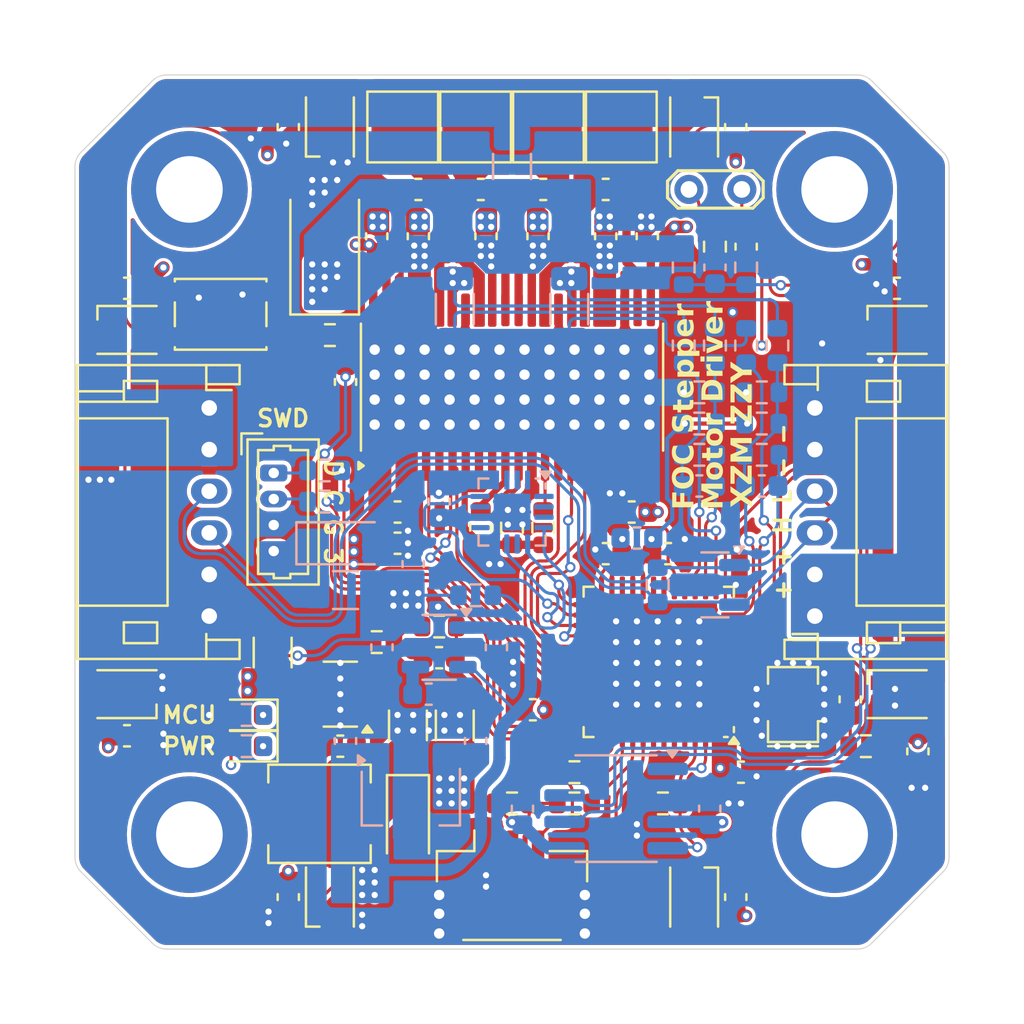
<source format=kicad_pcb>
(kicad_pcb (version 20240108) (generator "pcbnew") (generator_version "8.0")
  (layers (0 "F.Cu" signal) (1 "In1.Cu" signal) (2 "In2.Cu" signal) (31 "B.Cu" signal) (34 "B.Paste" user) (35 "F.Paste" user) (36 "B.SilkS" user "B.Silkscreen") (37 "F.SilkS" user "F.Silkscreen") (38 "B.Mask" user) (39 "F.Mask" user) (44 "Edge.Cuts" user))
  (net 0 "")
  (net 1 "GND")
  (net 2 "+3V3")
  (net 3 "/NRST")
  (net 4 "+24V")
  (net 5 "+3.3VADC")
  (net 6 "Net-(U2-BS)")
  (net 7 "Net-(U2-LX)")
  (net 8 "Net-(U2-FB)")
  (net 9 "+5V")
  (net 10 "/OPAMP1_O")
  (net 11 "/OPAMP1_N")
  (net 12 "/VBUS")
  (net 13 "/NTC")
  (net 14 "/BST_A")
  (net 15 "/BST_B")
  (net 16 "/BST_C")
  (net 17 "/BST_D")
  (net 18 "/CAN_L")
  (net 19 "/CAN_H")
  (net 20 "Net-(D12-A1)")
  (net 21 "Net-(J3-Pin_2)")
  (net 22 "Net-(J3-Pin_1)")
  (net 23 "Net-(J4-Pin_3)")
  (net 24 "Net-(J4-Pin_2)")
  (net 25 "GNDA")
  (net 26 "/VREG")
  (net 27 "/SWCLK")
  (net 28 "/SWDIO")
  (net 29 "/USART3_RX")
  (net 30 "/USART3_TX")
  (net 31 "/GND_A")
  (net 32 "/OC_ADJ")
  (net 33 "/~{RESET_AB}")
  (net 34 "/PWM_C")
  (net 35 "/~{FAULT}")
  (net 36 "/PWM_D")
  (net 37 "/PWM_A")
  (net 38 "/~{OTW}")
  (net 39 "/~{RESET_CD}")
  (net 40 "/PWM_B")
  (net 44 "/OPAMP2_N")
  (net 46 "/OPAMP2_O")
  (net 47 "/OPAMP1_P")
  (net 48 "/OSC_IN")
  (net 49 "OUT_A{slash}A+")
  (net 50 "/CAN_RX")
  (net 51 "/OSC_OUT")
  (net 52 "OUT_B{slash}A-")
  (net 53 "OUT_C{slash}B+")
  (net 54 "/CAN_TX")
  (net 55 "/OPAMP2_P")
  (net 56 "OUT_D{slash}B-")
  (net 57 "/GND_D")
  (net 58 "Net-(D7-DIN)")
  (net 59 "Net-(J6-Pin_1)")
  (net 64 "/BTN1")
  (net 65 "Net-(R35-Pad2)")
  (net 66 "Net-(D2-DOUT)")
  (net 67 "Net-(D5-DOUT)")
  (net 68 "/WS2812B")
  (net 69 "Net-(D7-DOUT)")
  (net 70 "Net-(D10-DIN)")
  (net 71 "Net-(D10-DOUT)")
  (net 72 "Net-(D11-DOUT)")
  (net 81 "/MA730_CS")
  (net 83 "/MA730_MGH")
  (net 85 "/MA730_MISO")
  (net 88 "/MA730_SCLK")
  (net 91 "/MA730_MOSI")
  (net 92 "/MA730_MGL")
  (net 94 "Net-(U8-BP)")
  (net 95 "+12V")
  (net 96 "Net-(D14-K)")
  (net 97 "Net-(D15-K)")
  (footprint "Resistor_SMD:R_0603_1608Metric" (layer "F.Cu") (at 120 154 180)
    (property "Reference" "R23" (hide yes))
    (property "Value" "10k")
  )
  (footprint "TestPoint:TestPoint_Pad_3.0x3.0mm" (layer "F.Cu") (at 118.25 121.5)
    (property "Reference" "J8" (hide yes))
    (property "Value" "Conn_01x01")
  )
  (footprint "Capacitor_SMD:C_0603_1608Metric" (layer "F.Cu") (at 121 149.5 180)
    (property "Reference" "C2" (hide yes))
    (property "Value" "100n")
  )
  (footprint "Capacitor_SMD:C_1206_3216Metric" (layer "F.Cu") (at 108.5 146.75 90)
    (property "Reference" "C5" (hide yes))
    (property "Value" "10u")
  )
  (footprint "Capacitor_SMD:C_0603_1608Metric" (layer "F.Cu") (at 130.75 121.5 90)
    (property "Reference" "C42" (hide yes))
    (property "Value" "10u")
  )
  (footprint "Package_TO_SOT_SMD:SOT-23-6" (layer "F.Cu") (at 111.75 148.75 180)
    (property "Reference" "U2" (hide yes))
    (property "Value" "RY8411")
  )
  (footprint "Capacitor_SMD:C_0603_1608Metric" (layer "F.Cu") (at 113.5 126.75 90)
    (property "Reference" "C28" (hide yes))
    (property "Value" "1u")
  )
  (footprint "Capacitor_SMD:C_0603_1608Metric" (layer "F.Cu") (at 109.25 121.5 -90)
    (property "Reference" "C41" (hide yes))
    (property "Value" "10u")
  )
  (footprint "TestPoint:TestPoint_2Pads_Pitch2.54mm_Drill0.8mm" (layer "F.Cu") (at 128.5 124.5)
    (property "Reference" "TH1" (hide yes))
    (property "Value" "10k")
  )
  (footprint "Capacitor_SMD:C_0603_1608Metric" (layer "F.Cu") (at 131.25 127.25 -90)
    (property "Reference" "C18" (hide yes))
    (property "Value" "10n")
  )
  (footprint "Resistor_SMD:R_0603_1608Metric" (layer "F.Cu") (at 123 154 180)
    (property "Reference" "R22" (hide yes))
    (property "Value" "33R")
  )
  (footprint "LED_SMD:LED_0603_1608Metric" (layer "F.Cu") (at 107.25 151.25 180)
    (property "Reference" "D15" (hide yes))
    (property "Value" "LED")
  )
  (footprint "Diode_SMD:D_SMF" (layer "F.Cu") (at 115 155 -90)
    (property "Reference" "D1" (hide yes))
    (property "Value" "SMF10A")
  )
  (footprint "Capacitor_SMD:C_0603_1608Metric" (layer "F.Cu") (at 125.75 140 180)
    (property "Reference" "C29" (hide yes))
    (property "Value" "1u")
  )
  (footprint "Capacitor_SMD:C_0603_1608Metric" (layer "F.Cu") (at 118.75 126.75 90)
    (property "Reference" "C20" (hide yes))
    (property "Value" "100n")
  )
  (footprint "Resistor_SMD:R_0603_1608Metric" (layer "F.Cu") (at 129.75 127.25 90)
    (property "Reference" "R19" (hide yes))
    (property "Value" "10k")
  )
  (footprint "Capacitor_SMD:C_0603_1608Metric" (layer "F.Cu") (at 124.5 124.5 180)
    (property "Reference" "C23" (hide yes))
    (property "Value" "100n")
  )
  (footprint "LED_SMD:LED_WS2812B-2020_PLCC4_2.0x2.0mm" (layer "F.Cu") (at 138.5 148.75)
    (property "Reference" "D8" (hide yes))
    (property "Value" "WS2812B-2020")
  )
  (footprint "Capacitor_SMD:C_0603_1608Metric" (layer "F.Cu") (at 114.5 141.5)
    (property "Reference" "C31" (hide yes))
    (property "Value" "1u")
  )
  (footprint "Capacitor_SMD:C_0603_1608Metric" (layer "F.Cu") (at 111.75 151.25 180)
    (property "Reference" "C7" (hide yes))
    (property "Value" "100n")
  )
  (footprint "Capacitor_SMD:C_0603_1608Metric" (layer "F.Cu") (at 115.5 126.75 90)
    (property "Reference" "C15" (hide yes))
    (property "Value" "100n")
  )
  (footprint "Connector_Molex:Molex_PicoBlade_53047-0410_1x04_P1.25mm_Vertical" (layer "F.Cu") (at 108.55 138.125 -90)
    (property "Reference" "J3" (hide yes))
    (property "Value" "SWD")
  )
  (footprint "MountingHole:MountingHole_3.2mm_M3_DIN965_Pad" (layer "F.Cu") (at 104.5 155.5)
    (property "Reference" "H3" (hide yes))
    (property "Value" "MountingHole_Pad")
  )
  (footprint "Capacitor_SMD:C_0603_1608Metric" (layer "F.Cu") (at 116.5 147 180)
    (property "Reference" "C9" (hide yes))
    (property "Value" "100p")
  )
  (footprint "Package_DFN_QFN:QFN-48-1EP_7x7mm_P0.5mm_EP5.6x5.6mm" (layer "F.Cu") (at 127.05 147.2 180)
    (property "Reference" "U3" (hide yes))
    (property "Value" "STM32G431CBUx")
  )
  (footprint "Resistor_SMD:R_0603_1608Metric" (layer "F.Cu") (at 137 151.25 180)
    (property "Reference" "R2" (hide yes))
    (property "Value" "10k")
  )
  (footprint "LED_SMD:LED_WS2812B-2020_PLCC4_2.0x2.0mm" (layer "F.Cu") (at 101.5 131.25)
    (property "Reference" "D11" (hide yes))
    (property "Value" "WS2812B-2020")
  )
  (footprint "Capacitor_SMD:C_0603_1608Metric" (layer "F.Cu") (at 118.5 140.75 -90)
    (property "Reference" "C33" (hide yes))
    (property "Value" "100n")
  )
  (footprint "Resistor_SMD:R_0603_1608Metric" (layer "F.Cu") (at 121.5 140.75 -90)
    (property "Reference" "R31" (hide yes))
    (property "Value" "47k")
  )
  (footprint "Capacitor_SMD:C_0603_1608Metric" (layer "F.Cu") (at 101.5 129.25 180)
    (property "Reference" "C40" (hide yes))
    (property "Value" "10u")
  )
  (footprint "Capacitor_SMD:C_0603_1608Metric" (layer "F.Cu") (at 109.25 158.5 -90)
    (property "Reference" "C35" (hide yes))
    (property "Value" "10u")
  )
  (footprint "TestPoint:TestPoint_Pad_3.0x3.0mm" (layer "F.Cu") (at 125.25 121.5)
    (property "Reference" "J1" (hide yes))
    (property "Value" "Conn_01x01")
  )
  (footprint "LED_SMD:LED_WS2812B-2020_PLCC4_2.0x2.0mm" (layer "F.Cu") (at 128.75 121.5 -90)
    (property "Reference" "D9" (hide yes))
    (property "Value" "WS2812B-2020")
  )
  (footprint "Connector_JST:JST_PH_S6B-PH-K_1x06_P2.00mm_Horizontal" (layer "F.Cu") (at 105.45 135 -90)
    (property "Reference" "J6" (hide yes))
    (property "Value" "Conn_01x06_MountingPin")
  )
  (footprint "Resistor_SMD:R_0603_1608Metric" (layer "F.Cu") (at 123 152.5 180)
    (property "Reference" "R24" (hide yes))
    (property "Value" "33R")
  )
  (footprint "Resistor_SMD:R_0603_1608Metric" (layer "F.Cu") (at 113.5 146.25 180)
    (property "Reference" "R7" (hide yes))
    (property "Value" "10k")
  )
  (footprint "Capacitor_SMD:C_0603_1608Metric" (layer "F.Cu") (at 121.5 124.5)
    (property "Reference" "C24" (hide yes))
    (property "Value" "100n")
  )
  (footprint "Resistor_SMD:R_0603_1608Metric" (layer "F.Cu") (at 127.25 154 180)
    (property "Reference" "R1" (hide yes))
    (property "Value" "10k")
  )
  (footprint "Capacitor_SMD:C_0603_1608Metric" (layer "F.Cu") (at 136.25 149 90)
    (property "Reference" "C3" (hide yes))
    (property "Value" "100n")
  )
  (footprint "LED_SMD:LED_WS2812B-2020_PLCC4_2.0x2.0mm" (layer "F.Cu") (at 111.25 121.5 90)
    (property "Reference" "D10" (hide yes))
    (property "Value" "WS2812B-2020")
  )
  (footprint "Package_SO:HTSSOP-44-1EP_6.1x14mm_P0.635mm_EP5.2x14mm_Mask4.31x8.26mm" (layer "F.Cu") (at 120 134 90)
    (property "Reference" "U1" (hide yes))
    (property "Value" "DRV8412")
  )
  (footprint "Capacitor_SMD:C_0603_1608Metric" (layer "F.Cu") (at 115.5 124.5)
    (property "Reference" "C26" (hide yes))
    (property "Value" "100n")
  )
  (footprint "Resistor_SMD:R_0603_1608Metric" (layer "F.Cu") (at 116.5 145.5 180)
    (property "Reference" "R6" (hide yes))
    (property "Value" "118k")
  )
  (footprint "Inductor_SMD:L_Sunlord_MWSA0402S" (layer "F.Cu") (at 110.75 154.5)
    (property "Reference" "L1" (hide yes))
    (property "Value" "4u7")
  )
  (footprint "Capacitor_SMD:C_0603_1608Metric" (layer "F.Cu") (at 126.5 126.75 90)
    (property "Reference" "C27" (hide yes))
    (property "Value" "1u")
  )
  (footprint "Capacitor_SMD:C_0603_1608Metric" (layer "F.Cu") (at 139.5 151.5 -90)
    (property "Reference" "C39" (hide yes))
    (property "Value" "10u")
  )
  (footprint "Capacitor_SMD:C_0603_1608Metric" (layer "F.Cu") (at 124.5 142 180)
    (property "Reference" "C4" (hide yes))
    (property "Value" "100n")
  )
  (footprint "MountingHole:MountingHole_3.2mm_M3_DIN965_Pad" (layer "F.Cu") (at 135.5 155.5)
    (property "Reference" "H4" (hide yes))
    (property "Value" "MountingHole_Pad")
  )
  (footprint "LED_SMD:LED_WS2812B-2020_PLCC4_2.0x2.0mm" (layer "F.Cu") (at 101.5 148.75 180)
    (property "Reference" "D2" (hide yes))
    (property "Value" "WS2812B-2020")
  )
  (footprint "Capacitor_SMD:C_0603_1608Metric" (layer "F.Cu") (at 124.5 126.75 90)
    (property "Reference" "C22" (hide yes))
    (property "Value" "100n")
  )
  (footprint "Capacitor_SMD:C_0603_1608Metric" (layer "F.Cu") (at 114.5 140)
    (property "Reference" "C30" (hide yes))
    (property "Value" "1u")
  )
  (footprint "Capacitor_SMD:C_0603_1608Metric" (layer "F.Cu") (at 112 133.75 -90)
    (property "Reference" "C36" (hide yes))
    (property "Value" "100n")
  )
  (footprint "Resistor_SMD:R_0603_1608Metric" (layer "F.Cu") (at 111.25 131.5 180)
    (property "Reference" "R35" (hide yes))
    (property "Value" "330R")
  )
  (footprint "Capacitor_SMD:C_1206_3216Metric" (layer "F.Cu") (at 117.25 150.25 90)
    (property "Reference" "C11" (hide yes))
    (property "Value" "10u")
  )
  (footprint "Capacitor_SMD:C_0603_1608Metric" (layer "F.Cu") (at 130.75 158.5 90)
    (property "Reference" "C37" (hide yes))
    (property "Value" "10u")
  )
  (footprint "Button_Switch_SMD:SW_SPST_PTS810" (layer "F.Cu") (at 106 130.5 180)
    (property "Reference" "SW4" (hide yes))
    (property "Value" "BTN")
  )
  (footprint "TestPoint:TestPoint_Pad_3.0x3.0mm" (layer "F.Cu") (at 121.75 121.5)
    (property "Reference" "J5" (hide yes))
    (property "Value" "Conn_01x01")
  )
  (footprint "Capacitor_SMD:C_0603_1608Metric" (layer "F.Cu") (at 138.5 129.25 180)
    (property "Reference" "C43" (hide yes))
    (property "Value" "10u")
  )
  (footprint "Connector_JST:JST_PH_S6B-PH-K_1x06_P2.00mm_Horizontal" (layer "F.Cu") (at 134.55 145 90)
    (property "Reference" "J7" (hide yes))
    (property "Value" "Conn_01x06_MountingPin")
  )
  (footprint "Capacitor_SMD:C_0603_1608Metric" (layer "F.Cu") (at 101.5 150.75)
    (property "Reference" "C38" (hide yes))
    (property "Value" "10u")
  )
  (footprint "Capacitor_SMD:C_0603_1608Metric" (layer "F.Cu") (at 121.25 126.75 90)
    (property "Reference" "C21" (hide yes))
    (property "Value" "100n")
  )
  (footprint "Resistor_SMD:R_0603_1608Metric" (layer "F.Cu") (at 120 140.75 90)
    (property "Reference" "R32" (hide yes))
    (property "Value" "1R")
  )
  (footprint "LED_SMD:LED_WS2812B-2020_PLCC4_2.0x2.0mm" (layer "F.Cu") (at 111.25 158.5 90)
    (property "Reference" "D3" (hide yes))
    (property "Value" "WS2812B-2020")
  )
  (footprint "Capacitor_SMD:C_0603_1608Metric" (layer "F.Cu") (at 118.5 124.5 180)
    (property "Reference" "C25" (hide yes))
    (property "Value" "100n")
  )
  (footprint "Connector_JST:JST_GH_SM03B-GHS-TB_1x03-1MP_P1.25mm_Horizontal" (layer "F.Cu") (at 120 158)
    (property "Reference" "J4" (hide yes))
    (property "Value" "UART")
  )
  (footprint "MountingHole:MountingHole_3.2mm_M3_DIN965_Pad" (layer "F.Cu") (at 135.5 124.5)
    (property "Reference" "H2" (hide yes))
    (property "Value" "MountingHole_Pad")
  )
  (footprint "MountingHole:MountingHole_3.2mm_M3_DIN965_Pad" (layer "F.Cu") (at 104.5 124.5)
    (property "Reference" "H1" (hide yes))
    (property "Value" "MountingHole_Pad")
  )
  (footprint "LED_SMD:LED_WS2812B-2020_PLCC4_2.0x2.0mm" (layer "F.Cu") (at 138.5 131.25)
    (property "Reference" "D7" (hide yes))
    (property "Value" "WS2812B-2020")
  )
  (footprint "Crystal:Resonator_SMD_Murata_CSTxExxV-3Pin_3.0x1.1mm" (layer "F.Cu") (at 133.5 149.25 90)
    (property "Reference" "Y1" (hide yes))
    (property "Value" "Crystal_GND2_Small")
  )
  (footprint "Diode_SMD:D_SMA" (layer "F.Cu") (at 111 127 90)
    (property "Reference" "D6" (hide yes))
    (property "Value" "SMAJ24A")
  )
  (footprint "Capacitor_SMD:C_0603_1608Metric" (layer "F.Cu") (at 127.5 142)
    (property "Reference" "C6" (hide yes))
    (property "Value" "100n")
  )
  (footprint "LED_SMD:LED_0603_1608Metric" (layer "F.Cu") (at 107.25 149.75 180)
    (property "Reference" "D14" (hide yes))
    (property "Value" "LED")
  )
  (footprint "Capacitor_SMD:C_1206_3216Metric" (layer "F.Cu") (at 115 150.25 90)
    (property "Reference" "C10" (hide yes))
    (property "Value" "10u")
  )
  (footprint "TestPoint:TestPoint_Pad_3.0x3.0mm" (layer "F.Cu") (at 114.75 121.5)
    (property "Reference" "J9" (hide yes))
    (property "Value" "Conn_01x01")
  )
  (footprint "Capacitor_SMD:C_0603_1608Metric" (layer "F.Cu") (at 131 152.5)
    (property "Reference" "C1" (hide yes))
    (property "Value" "100n")
  )
  (footprint "LED_SMD:LED_WS2812B-2020_PLCC4_2.0x2.0mm" (layer "F.Cu") (at 128.75 158.5 -90)
    (property "Reference" "D5" (hide yes))
    (property "Value" "WS2812B-2020")
  )
  (footprint "Resistor_SMD:R_1206_3216Metric" (layer "B.Cu") (at 117.25 130.25 90)
    (property "Reference" "R15" (hide yes))
    (property "Value" "10m")
  )
  (footprint "Capacitor_SMD:C_0603_1608Metric" (layer "B.Cu") (at 132 138.75)
    (property "Reference" "C16" (hide yes))
    (property "Value" "N.M.")
  )
  (footprint "Capacitor_SMD:C_0603_1608Metric" (layer "B.Cu") (at 115.25 142.5 90)
    (property "Reference" "C19" (hide yes))
    (property "Value" "10u")
  )
  (footprint "Resistor_SMD:R_0603_1608Metric" (layer "B.Cu") (at 107.25 149.75 180)
    (property "Reference" "R3" (hide yes))
    (property "Value" "2k2")
  )
  (footprint "Resistor_SMD:R_0603_1608Metric" (layer "B.Cu") (at 111 139.5 180)
    (property "Reference" "R20" (hide yes))
    (property "Value" "33R")
  )
  (footprint "Package_TO_SOT_SMD:SOT-23" (layer "B.Cu") (at 129.75 143.5 180)
    (property "Reference" "D4" (hide yes))
    (property "Value" "NUP2105L")
  )
  (footprint "Fuse:Fuse_1206_3216Metric" (layer "B.Cu") (at 120 123.4 -90)
    (property "Reference" "F2" (hide yes))
    (property "Value" "8A 1206")
  )
  (footprint "Capacitor_SMD:C_0603_1608Metric" (layer "B.Cu") (at 113.75 146.5 -90)
    (property "Reference" "C45" (hide yes))
    (property "Value" "10u")
  )
  (footprint "Resistor_SMD:R_0603_1608Metric" (layer "B.Cu") (at 118.25 144 180)
    (property "Reference" "R4" (hide yes))
    (property "Value" "10k")
  )
  (footprint "Capacitor_SMD:C_0603_1608Metric" (layer "B.Cu") (at 119.25 146.5 -90)
    (property "Reference" "C12" (hide yes))
    (property "Value" "10u")
  )
  (footprint "Capacitor_SMD:C_0603_1608Metric" (layer "B.Cu") (at 116.5 139.5 -90)
    (property "Reference" "C8" (hide yes))
    (property "Value" "1u")
  )
  (footprint "Capacitor_SMD:C_0603_1608Metric" (layer "B.Cu") (at 120.5 154.25 90)
    (property "Reference" "C14" (hide yes))
    (property "Value" "100n")
  )
  (footprint "Capacitor_SMD:C_0603_1608Metric" (layer "B.Cu") (at 129.75 128.25 90)
    (property "Reference" "C17" (hide yes))
    (property "Value" "10n")
  )
  (footprint "Capacitor_SMD:C_0603_1608Metric" (layer "B.Cu") (at 116 148.75)
    (property "Reference" "C44" (hide yes))
    (property "Value" "10n")
  )
  (footprint "Resistor_SMD:R_0603_1608Metric" (layer "B.Cu") (at 131.25 128.25 -90)
    (property "Reference" "R18" (hide yes))
    (property "Value" "10k")
  )
  (footprint "Capacitor_SMD:C_0603_1608Metric" (layer "B.Cu") (at 129.5 154.25 90)
    (property "Reference" "C13" (hide yes))
    (property "Value" "100n")
  )
  (footprint "Resistor_SMD:R_0603_1608Metric" (layer "B.Cu") (at 128.25 132 -90)
    (property "Reference" "R29" (hide yes))
    (property "Value" "1k")
  )
  (footprint "Resistor_SMD:R_0603_1608Metric" (layer "B.Cu") (at 132.75 132 -90)
    (property "Reference" "R11" (hide yes))
    (property "Value" "1k")
  )
  (footprint "Inductor_SMD:L_0603_1608Metric" (layer "B.Cu") (at 126 141.25)
    (property "Reference" "FB1" (hide yes))
    (property "Value" "FerriteBead_Small")
  )
  (footprint "Capacitor_SMD:C_0603_1608Metric" (layer "B.Cu") (at 129 138.75)
    (property "Reference" "C32" (hide yes))
    (property "Value" "N.M.")
  )
  (footprint "Resistor_SMD:R_0603_1608Metric" (layer "B.Cu") (at 129 137.25)
    (property "Reference" "R30" (hide yes))
    (property "Value" "25k5")
  )
  (footprint "Fuse:Fuse_1206_3216Metric" (layer "B.Cu") (at 112 143.75 180)
    (property "Reference" "F1" (hide yes))
    (property "Value" "Polyfuse_Small")
  )
  (footprint "Package_TO_SOT_SMD:SOT-89-3" (layer "B.Cu") (at 115.1375 153.7 -90)
    (property "Reference" "U9" (hide yes))
    (property "Value" "75L05")
  )
  (footprint "Resistor_SMD:R_0603_1608Metric" (layer "B.Cu") (at 107.25 151.25 180)
    (property "Reference" "R5" (hide yes))
    (property "Value" "3k3")
  )
  (footprint "Resistor_SMD:R_1206_3216Metric" (layer "B.Cu") (at 122.75 130.25 90)
    (property "Reference" "R25" (hide yes))
    (property "Value" "10m")
  )
  (footprint "Package_DFN_QFN:QFN-16-1EP_3x3mm_P0.5mm_EP1.75x1.75mm" (layer "B.Cu") (at 120 140 180)
    (property "Reference" "U7" (hide yes))
    (property "Value" "MA730")
  )
  (footprint "Package_TO_SOT_SMD:SOT-23-5" (layer "B.Cu") (at 116.5 146.5 180)
    (property "Reference" "U8" (hide yes))
    (property "Value" "RS3236")
  )
  (footprint "Resistor_SMD:R_0603_1608Metric" (layer "B.Cu") (at 128.25 128.25 90)
    (property "Reference" "R17" (hide yes))
    (property "Value" "100k")
  )
  (footprint "Resistor_SMD:R_0603_1608Metric" (layer "B.Cu") (at 131.25 132 -90)
    (property "Reference" "R12" (hide yes))
    (property "Value" "1k")
  )
  (footprint "Diode_SMD:D_SMF" (layer "B.Cu") (at 112 141.5)
    (property "Reference" "D12" (hide yes))
    (property "Value" "SMF3V3A")
  )
  (footprint "Resistor_SMD:R_0603_1608Metric" (layer "B.Cu") (at 132 135.75 180)
    (property "Reference" "R14" (hide yes))
    (property "Value" "51k")
  )
  (footprint "Resistor_SMD:R_0603_1608Metric" (layer "B.Cu") (at 129 134.25 180)
    (property "Reference" "R27" (hide yes))
    (property "Value" "51k")
  )
  (footprint "Capacitor_SMD:C_0603_1608Metric" (layer "B.Cu") (at 112 151 90)
    (property "Reference" "C34" (hide yes))
    (property "Value" "10u")
  )
  (footprint "Resistor_SMD:R_0603_1608Metric" (layer "B.Cu") (at 111 138 180)
    (property "Reference" "R21" (hide yes))
    (property "Value" "33R")
  )
  (footprint "Resistor_SMD:R_0603_1608Metric" (layer "B.Cu") (at 132 134.25 180)
    (property "Reference" "R13" (hide yes))
    (property "Value" "51k")
  )
  (footprint "Resistor_SMD:R_0603_1608Metric" (layer "B.Cu") (at 132 137.25)
    (property "Reference" "R16" (hide yes))
    (property "Value" "25k5")
  )
  (footprint "Package_SO:SOIC-8_3.9x4.9mm_P1.27mm" (layer "B.Cu") (at 125 154.25 180)
    (property "Reference" "U4" (hide yes))
    (property "Value" "TJA1042T-3")
  )
  (footprint "Capacitor_SMD:C_0603_1608Metric" (layer "B.Cu") (at 118.25 151 90)
    (property "Reference" "C46" (hide yes))
    (property "Value" "10u")
  )
  (footprint "Resistor_SMD:R_0603_1608Metric" (layer "B.Cu") (at 129 135.75 180)
    (property "Reference" "R28" (hide yes))
    (property "Value" "51k")
  )
  (footprint "Resistor_SMD:R_0603_1608Metric" (layer "B.Cu") (at 127 143.5 90)
    (property "Reference" "R10" (hide yes))
    (property "Value" "120R")
  )
  (footprint "Resistor_SMD:R_0603_1608Metric" (layer "B.Cu") (at 129.75 132 -90)
    (property "Reference" "R26" (hide yes))
    (property "Value" "1k")
  )
  (gr_line (start 136.585786 119) (end 103.414214 119) (stroke (width 0.05)) (layer "Edge.Cuts"))
  (gr_arc (start 99 123.414214) (mid 99.07612 123.031531) (end 99.292893 122.707107) (stroke (width 0.05)) (layer "Edge.Cuts"))
  (gr_arc (start 136.585786 119) (mid 136.968469 119.07612) (end 137.292893 119.292893) (stroke (width 0.05)) (layer "Edge.Cuts"))
  (gr_line (start 137.292893 160.707107) (end 140.707107 157.292893) (stroke (width 0.05)) (layer "Edge.Cuts"))
  (gr_arc (start 103.414214 161) (mid 103.031531 160.92388) (end 102.707107 160.707107) (stroke (width 0.05)) (layer "Edge.Cuts"))
  (gr_arc (start 140.707107 122.707107) (mid 140.923875 123.031531) (end 141 123.414214) (stroke (width 0.05)) (layer "Edge.Cuts"))
  (gr_line (start 102.707107 119.292893) (end 99.292893 122.707107) (stroke (width 0.05)) (layer "Edge.Cuts"))
  (gr_line (start 141 156.585786) (end 141 123.414214) (stroke (width 0.05)) (layer "Edge.Cuts"))
  (gr_arc (start 141 156.585786) (mid 140.923884 156.968472) (end 140.707107 157.292893) (stroke (width 0.05)) (layer "Edge.Cuts"))
  (gr_line (start 136.585786 161) (end 103.414214 161) (stroke (width 0.05)) (layer "Edge.Cuts"))
  (gr_line (start 99 156.585786) (end 99 123.414214) (stroke (width 0.05)) (layer "Edge.Cuts"))
  (gr_arc (start 102.707107 119.292893) (mid 103.031531 119.076125) (end 103.414214 119) (stroke (width 0.05)) (layer "Edge.Cuts"))
  (gr_line (start 137.292893 119.292893) (end 140.707107 122.707107) (stroke (width 0.05)) (layer "Edge.Cuts"))
  (gr_arc (start 99.292893 157.292893) (mid 99.076125 156.968469) (end 99 156.585786) (stroke (width 0.05)) (layer "Edge.Cuts"))
  (gr_arc (start 137.292893 160.707107) (mid 136.968469 160.923875) (end 136.585786 161) (stroke (width 0.05)) (layer "Edge.Cuts"))
  (gr_line (start 102.707107 160.707107) (end 99.292893 157.292893) (stroke (width 0.05)) (layer "Edge.Cuts"))
  (gr_text "MCU" (at 104.5 149.75 0) (layer "F.SilkS") (effects (font (size 0.8 0.8) (thickness 0.16) (bold yes))))
  (gr_text "SWD" (at 109 135.5 0) (layer "F.SilkS") (effects (font (size 0.8 0.8) (thickness 0.16) (bold yes))))
  (gr_text "Motor Driver" (at 129.7 139.9 90) (layer "F.SilkS") (effects (font (size 1 1) (thickness 0.16) (bold yes)) (justify left)))
  (gr_text "FOC Stepper\n" (at 128.3 139.9 90) (layer "F.SilkS") (effects (font (size 1 1) (thickness 0.16) (bold yes)) (justify left)))
  (gr_text "+ + H L - -" (at 133 140 90) (layer "F.SilkS") (effects (font (size 0.8 0.8) (thickness 0.16) (bold yes))))
  (gr_text "XZM ZZY" (at 131.1 139.8 90) (layer "F.SilkS") (effects (font (size 1 1) (thickness 0.16) (bold yes)) (justify left)))
  (gr_text "PWR" (at 104.5 151.25 0) (layer "F.SilkS") (effects (font (size 0.8 0.8) (thickness 0.16) (bold yes))))
  (gr_text "D C G 3" (at 111.4 140 270) (layer "F.SilkS") (effects (font (size 0.8 0.8) (thickness 0.16) (bold yes))))
  (segment (start 120.9525 138.9725) (end 120 139.925) (width 0.4) (layer "F.Cu") (net 1))
  (segment (start 120.9525 137.7125) (end 120.9525 138.9725) (width 0.4) (layer "F.Cu") (net 1))
  (via (at 135 147.75) (size 0.5) (drill 0.3) (layers "F.Cu" "B.Cu") (net 1))
  (via (at 124.7 126.3) (size 0.5) (drill 0.3) (layers "F.Cu" "B.Cu") (net 1))
  (via (at 115 140.9) (size 0.5) (drill 0.3) (layers "F.Cu" "B.Cu") (net 1))
  (via (at 124 141.8) (size 0.5) (drill 0.3) (layers "F.Cu" "B.Cu") (net 1))
  (via (at 118.75 157.45) (size 0.5) (drill 0.3) (layers "F.Cu" "B.Cu") (net 1))
  (via (at 124.2 134.6) (size 0.8) (drill 0.5) (layers "F.Cu" "B.Cu") (net 1))
  (via (at 121.8 133.4) (size 0.8) (drill 0.5) (layers "F.Cu" "B.Cu") (net 1))
  (via (at 117 133.4) (size 0.8) (drill 0.5) (layers "F.Cu" "B.Cu") (net 1))
  (via (at 108.3 159.75) (size 0.5) (drill 0.3) (layers "F.Cu" "B.Cu") (net 1))
  (via (at 131 154) (size 0.5) (drill 0.3) (layers "F.Cu" "B.Cu") (net 1))
  (via (at 134.25 147.25) (size 0.5) (drill 0.3) (layers "F.Cu" "B.Cu") (net 1))
  (via (at 117 134.6) (size 0.8) (drill 0.5) (layers "F.Cu" "B.Cu") (net 1))
  (via (at 125 145.25) (size 0.5) (drill 0.3) (layers "F.Cu" "B.Cu") (net 1))
  (via (at 115.25 149.75) (size 0.5) (drill 0.3) (layers "F.Cu" "B.Cu") (net 1))
  (via (at 110.4 124.65) (size 0.5) (drill 0.3) (layers "F.Cu" "B.Cu") (net 1))
  (via (at 111.75 148.75) (size 0.5) (drill 0.3) (layers "F.Cu" "B.Cu") (net 1))
  (via (at 115.8 135.8) (size 0.8) (drill 0.5) (layers "F.Cu" "B.Cu") (net 1))
  (via (at 116.5 159.3) (size 0.8) (drill 0.5) (layers "F.Cu" "B.Cu") (net 1))
  (via (at 126.6 132.2) (size 0.8) (drill 0.5) (layers "F.Cu" "B.Cu") (net 1))
  (via (at 116 150.5) (size 0.5) (drill 0.3) (layers "F.Cu" "B.Cu") (net 1))
  (via (at 120.6 133.4) (size 0.8) (drill 0.5) (layers "F.Cu" "B.Cu") (net 1))
  (via (at 113.8 125.8) (size 0.5) (drill 0.3) (layers "F.Cu" "B.Cu") (net 1))
  (via (at 128.25 134.25) (size 0.5) (drill 0.3) (layers "F.Cu" "B.Cu") (net 1))
  (via (at 125.4 133.4) (size 0.8) (drill 0.5) (layers "F.Cu" "B.Cu") (net 1))
  (via (at 132.75 147.25) (size 0.5) (drill 0.3) (layers "F.Cu" "B.Cu") (net 1))
  (via (at 114.5 149.75) (size 0.5) (drill 0.3) (layers "F.Cu" "B.Cu") (net 1))
  (via (at 115.3 125.8) (size 0.5) (drill 0.3) (layers "F.Cu" "B.Cu") (net 1))
  (via (at 116.5 160.25) (size 0.8) (drill 0.5) (layers "F.Cu" "B.Cu") (net 1))
  (via (at 103.2 147.9) (size 0.5) (drill 0.3) (layers "F.Cu" "B.Cu") (net 1))
  (via (at 120.5 139.9) (size 0.5) (drill 0.3) (layers "F.Cu" "B.Cu") (net 1))
  (via (at 130.4 154) (size 0.5) (drill 0.3) (layers "F.Cu" "B.Cu") (net 1))
  (via (at 120.6 134.6) (size 0.8) (drill 0.5) (layers "F.Cu" "B.Cu") (net 1))
  (via (at 127 147.25) (size 0.5) (drill 0.3) (layers "F.Cu" "B.Cu") (net 1))
  (via (at 124.2 133.4) (size 0.8) (drill 0.5) (layers "F.Cu" "B.Cu") (net 1))
  (via (at 114.6 134.6) (size 0.8) (drill 0.5) (layers "F.Cu" "B.Cu") (net 1))
  (via (at 115.8 125.8) (size 0.5) (drill 0.3) (layers "F.Cu" "B.Cu") (net 1))
  (via (at 126.6 135.8) (size 0.8) (drill 0.5) (layers "F.Cu" "B.Cu") (net 1))
  (via (at 103.25 151.2) (size 0.5) (drill 0.3) (layers "F.Cu" "B.Cu") (net 1))
  (via (at 126.2 126.3) (size 0.5) (drill 0.3) (layers "F.Cu" "B.Cu") (net 1))
  (via (at 103.25 150.65) (size 0.5) (drill 0.3) (layers "F.Cu" "B.Cu") (net 1))
  (via (at 119 125.8) (size 0.5) (drill 0.3) (layers "F.Cu" "B.Cu") (net 1))
  (via (at 126 149.25) (size 0.5) (drill 0.3) (layers "F.Cu" "B.Cu") (net 1))
  (via (at 113.8 126.3) (size 0.5) (drill 0.3) (layers "F.Cu" "B.Cu") (net 1))
  (via (at 115.8 134.6) (size 0.8) (drill 0.5) (layers "F.Cu" "B.Cu") (net 1))
  (via (at 126.6 133.4) (size 0.8) (drill 0.5) (layers "F.Cu" "B.Cu") (net 1))
  (via (at 115.8 132.2) (size 0.8) (drill 0.5) (layers "F.Cu" "B.Cu") (net 1))
  (via (at 100.2 138.45) (size 0.5) (drill 0.3) (layers "F.Cu" "B.Cu") (net 1))
  (via (at 118.9 142.5) (size 0.5) (drill 0.3) (layers "F.Cu" "B.Cu") (net 1))
  (via (at 105.45 151.25) (size 0.5) (drill 0.3) (layers "F.Cu" "B.Cu") (net 1))
  (via (at 116.45 144.55) (size 0.5) (drill 0.3) (layers "F.Cu" "B.Cu") (net 1))
  (via (at 104.95 129.7) (size 0.5) (drill 0.3) (layers "F.Cu" "B.Cu") (net 1))
  (via (at 117 135.8) (size 0.8) (drill 0.5) (layers "F.Cu" "B.Cu") (net 1))
  (via (at 124.2 125.8) (size 0.5) (drill 0.3) (layers "F.Cu" "B.Cu") (net 1))
  (via (at 107.45 122.05) (size 0.5) (drill 0.3) (layers "F.Cu" "B.Cu") (net 1))
  (via (at 131.75 152.7) (size 0.5) (drill 0.3) (layers "F.Cu" "B.Cu") (net 1))
  (via (at 137.7 132.7) (size 0.5) (drill 0.3) (layers "F.Cu" "B.Cu") (net 1))
  (via (at 112.8 159.35) (size 0.5) (drill 0.3) (layers "F.Cu" "B.Cu") (net 1))
  (via (at 116.75 150.5) (size 0.5) (drill 0.3) (layers "F.Cu" "B.Cu") (net 1))
  (via (at 119.4 133.4) (size 0.8) (drill 0.5) (layers "F.Cu" "B.Cu") (net 1))
  (via (at 128 148.25) (size 0.5) (drill 0.3) (layers "F.Cu" "B.Cu") (net 1))
  (via (at 128 145.25) (size 0.5) (drill 0.3) (layers "F.Cu" "B.Cu") (net 1))
  (via (at 126 155.55) (size 0.5) (drill 0.3) (layers "F.Cu" "B.Cu") (net 1))
  (via (at 107.05 129.55) (size 0.5) (drill 0.3) (layers "F.Cu" "B.Cu") (net 1))
  (via (at 100.75 138.45) (size 0.5) (drill 0.3) (layers "F.Cu" "B.Cu") (net 1))
  (via (at 123 132.2) (size 0.8) (drill 0.5) (layers "F.Cu" "B.Cu") (net 1))
  (via (at 110.4 125.25) (size 0.5) (drill 0.3) (layers "F.Cu" "B.Cu") (net 1))
  (via (at 124.2 135.8) (size 0.8) (drill 0.5) (layers "F.Cu" "B.Cu") (net 1))
  (via (at 119 126.3) (size 0.5) (drill 0.3) (layers "F.Cu" "B.Cu") (net 1))
  (via (at 112.1 123.2) (size 0.5) (drill 0.3) (layers "F.Cu" "B.Cu") (net 1))
  (via (at 125.4 134.6) (size 0.8) (drill 0.5) (layers "F.Cu" "B.Cu") (net 1))
  (via (at 131.75 149.25) (size 0.5) (drill 0.3) (layers "F.Cu" "B.Cu") (net 1))
  (via (at 119.8 140.6) (size 0.5) (drill 0.3) (layers "F.Cu" "B.Cu") (net 1))
  (via (at 129 147.25) (size 0.5) (drill 0.3) (layers "F.Cu" "B.Cu") (net 1))
  (via (at 113.4 133.4) (size 0.8) (drill 0.5) (layers "F.Cu" "B.Cu") (net 1))
  (via (at 125 146.25) (size 0.5) (drill 0.3) (layers "F.Cu" "B.Cu") (net 1))
  (via (at 111.75 149.5) (size 0.5) (drill 0.3) (layers "F.Cu" "B.Cu") (net 1))
  (via (at 126 147.25) (size 0.5) (drill 0.3) (layers "F.Cu" "B.Cu") (net 1))
  (via (at 113.3 125.8) (size 0.5) (drill 0.3) (layers "F.Cu" "B.Cu") (net 1))
  (via (at 116.75 149.75) (size 0.5) (drill 0.3) (layers "F.Cu" "B.Cu") (net 1))
  (via (at 128 147.25) (size 0.5) (drill 0.3) (layers "F.Cu" "B.Cu") (net 1))
  (via (at 126.7 125.8) (size 0.5) (drill 0.3) (layers "F.Cu" "B.Cu") (net 1))
  (via (at 121.5 126.3) (size 0.5) (drill 0.3) (layers "F.Cu" "B.Cu") (net 1))
  (via (at 111 124.05) (size 0.5) (drill 0.3) (layers "F.Cu" "B.Cu") (net 1))
  (via (at 137.9 129.4) (size 0.5) (drill 0.3) (layers "F.Cu" "B.Cu") (net 1))
  (via (at 125 147.25) (size 0.5) (drill 0.3) (layers "F.Cu" "B.Cu") (net 1))
  (via (at 127 146.25) (size 0.5) (drill 0.3) (layers "F.Cu" "B.Cu") (net 1))
  (via (at 111 124.65) (size 0.5) (drill 0.3) (layers "F.Cu" "B.Cu") (net 1))
  (via (at 126 145.25) (size 0.5) (drill 0.3) (layers "F.Cu" "B.Cu") (net 1))
  (via (at 119.4 134.6) (size 0.8) (drill 0.5) (layers "F.Cu" "B.Cu") (net 1))
  (via (at 114.6 132.2) (size 0.8) (drill 0.5) (layers "F.Cu" "B.Cu") (net 1))
  (via (at 118.75 158) (size 0.5) (drill 0.3) (layers "F.Cu" "B.Cu") (net 1))
  (via (at 117.5 150.5) (size 0.5) (drill 0.3) (layers "F.Cu" "B.Cu") (net 1))
  (via (at 121 125.8) (size 0.5) (drill 0.3) (layers "F.Cu" "B.Cu") (net 1))
  (via (at 135 149.25) (size 0.5) (drill 0.3) (layers "F.Cu" "B.Cu") (net 1))
  (via (at 120.6 132.2) (size 0.8) (drill 0.5) (layers "F.Cu" "B.Cu") (net 1))
  (via (at 124.7 139.1) (size 0.5) (drill 0.3) (layers "F.Cu" "B.Cu") (net 1))
  (via (at 131.75 150) (size 0.5) (drill 0.3) (layers "F.Cu" "B.Cu") (net 1))
  (via (at 121.8 132.2) (size 0.8) (drill 0.5) (layers "F.Cu" "B.Cu") (net 1))
  (via (at 119.8 139.9) (size 0.5) (drill 0.3) (layers "F.Cu" "B.Cu") (net 1))
  (via (at 129 149.25) (size 0.5) (drill 0.3) (layers "F.Cu" "B.Cu") (net 1))
  (via (at 119.4 132.2) (size 0.8) (drill 0.5) (layers "F.Cu" "B.Cu") (net 1))
  (via (at 132.75 151.25) (size 0.5) (drill 0.3) (layers "F.Cu" "B.Cu") (net 1))
  (via (at 99.65 138.45) (size 0.5) (drill 0.3) (layers "F.Cu" "B.Cu") (net 1))
  (via (at 108.3 159.2) (size 0.5) (drill 0.3) (layers "F.Cu" "B.Cu") (net 1))
  (via (at 113.3 126.3) (size 0.5) (drill 0.3) (layers "F.Cu" "B.Cu") (net 1))
  (via (at 120.6 135.8) (size 0.8) (drill 0.5) (layers "F.Cu" "B.Cu") (net 1))
  (via (at 105.45 149.75) (size 0.5) (drill 0.3) (layers "F.Cu" "B.Cu") (net 1))
  (via (at 115.3 126.3) (size 0.5) (drill 0.3) (layers "F.Cu" "B.Cu") (net 1))
  (via (at 118.2 132.2) (size 0.8) (drill 0.5) (layers "F.Cu" "B.Cu") (net 1))
  (via (at 112.8 159.9) (size 0.5) (drill 0.3) (layers "F.Cu" "B.Cu") (net 1))
  (via (at 114.6 135.8) (size 0.8) (drill 0.5) (layers "F.Cu" "B.Cu") (net 1))
  (via (at 114.6 133.4) (size 0.8) (drill 0.5) (layers "F.Cu" "B.Cu") (net 1))
  (via (at 123 133.4) (size 0.8) (drill 0.5) (layers "F.Cu" "B.Cu") (net 1))
  (via (at 121 126.3) (size 0.5) (drill 0.3) (layers "F.Cu" "B.Cu") (net 1))
  (via (at 127 148.25) (size 0.5) (drill 0.3) (layers "F.Cu" "B.Cu") (net 1))
  (via (at 111.4 123.2) (size 0.5) (drill 0.3) (layers "F.Cu" "B.Cu") (net 1))
  (via (at 126.2 125.8) (size 0.5) (drill 0.3) (layers "F.Cu" "B.Cu") (net 1))
  (via (at 118.5 126.3) (size 0.5) (drill 0.3) (layers "F.Cu" "B.Cu") (net 1))
  (via (at 119.4 135.8) (size 0.8) (drill 0.5) (layers "F.Cu" "B.Cu") (net 1))
  (via (at 126.7 126.3) (size 0.5) (drill 0.3) (layers "F.Cu" "B.Cu") (net 1))
  (via (at 124.2 132.2) (size 0.8) (drill 0.5) (layers "F.Cu" "B.Cu") (net 1))
  (via (at 126 155) (size 0.5) (drill 0.3) (layers "F.Cu" "B.Cu") (net 1))
  (via (at 128 149.25) (size 0.5) (drill 0.3) (layers "F.Cu" "B.Cu") (net 1))
  (via (at 134.9 131.9) (size 0.5) (drill 0.3) (layers "F.Cu" "B.Cu") (net 1))
  (via (at 135 150.75) (size 0.5) (drill 0.3) (layers "F.Cu" "B.Cu") (net 1))
  (via (at 135 150) (size 0.5) (drill 0.3) (layers "F.Cu" "B.Cu") (net 1))
  (via (at 128 146.25) (size 0.5) (drill 0.3) (layers "F.Cu" "B.Cu") (net 1))
  (via (at 120.5 140.6) (size 0.5) (drill 0.3) (layers "F.Cu" "B.Cu") (net 1))
  (via (at 139.2 153.25) (size 0.5) (drill 0.3) (layers "F.Cu" "B.Cu") (net 1))
  (via (at 129 146.25) (size 0.5) (drill 0.3) (layers "F.Cu" "B.Cu") (net 1))
  (via (at 127 149.25) (size 0.5) (drill 0.3) (layers "F.Cu" "B.Cu") (net 1))
  (via (at 123 135.8) (size 0.8) (drill 0.5) (layers "F.Cu" "B.Cu") (net 1))
  (via (at 115.8 126.3) (size 0.5) (drill 0.3) (layers "F.Cu" "B.Cu") (net 1))
  (via (at 120.05 147.2) (size 0.5) (drill 0.3) (layers "F.Cu" "B.Cu") (net 1))
  (via (at 115 141.5) (size 0.5) (drill 0.3) (layers "F.Cu" "B.Cu") (net 1))
  (via (at 113.4 135.8) (size 0.8) (drill 0.5) (layers "F.Cu" "B.Cu") (net 1))
  (via (at 103.2 148.5) (size 0.5) (drill 0.3) (layers "F.Cu" "B.Cu") (net 1))
  (via (at 138.4 149.3) (size 0.5) (drill 0.3) (layers "F.Cu" "B.Cu") (net 1))
  (via (at 139.85 153.25) (size 0.5) (drill 0.3) (layers "F.Cu" "B.Cu") (net 1))
  (via (at 123 134.6) (size 0.8) (drill 0.5) (layers "F.Cu" "B.Cu") (net 1))
  (via (at 125.4 135.8) (size 0.8) (drill 0.5) (layers "F.Cu" "B.Cu") (net 1))
  (via (at 116 149.75) (size 0.5) (drill 0.3) (layers "F.Cu" "B.Cu") (net 1))
  (via (at 114.5 150.5) (size 0.5) (drill 0.3) (layers "F.Cu" "B.Cu") (net 1))
  (via (at 123.5 159.3) (size 0.8) (drill 0.5) (layers "F.Cu" "B.Cu") (net 1))
  (via (at 115 142.1) (size 0.5) (drill 0.3) (layers "F.Cu" "B.Cu") (net 1))
  (via (at 121.8 134.6) (size 0.8) (drill 0.5) (layers "F.Cu" "B.Cu") (net 1))
  (via (at 123.5 158.4) (size 0.8) (drill 0.5) (layers "F.Cu" "B.Cu") (net 1))
  (via (at 129 148.25) (size 0.5) (drill 0.3) (layers "F.Cu" "B.Cu") (net 1))
  (via (at 135 148.5) (size 0.5) (drill 0.3) (layers "F.Cu" "B.Cu") (net 1))
  (via (at 118.2 134.6) (size 0.8) (drill 0.5) (layers "F.Cu" "B.Cu") (net 1))
  (via (at 125.3 139.1) (size 0.5) (drill 0.3) (layers "F.Cu" "B.Cu") (net 1))
  (via (at 113.4 132.2) (size 0.8) (drill 0.5) (layers "F.Cu" "B.Cu") (net 1))
  (via (at 130.8 141.8) (size 0.5) (drill 0.3) (layers "F.Cu" "B.Cu") (net 1))
  (via (at 133.5 151.25) (size 0.5) (drill 0.3) (layers "F.Cu" "B.Cu") (net 1))
  (via (at 117 132.2) (size 0.8) (drill 0.5) (layers "F.Cu" "B.Cu") (net 1))
  (via (at 126.6 134.6) (size 0.8) (drill 0.5) (layers "F.Cu" "B.Cu") (net 1))
  (via (at 116.5 140.3) (size 0.5) (drill 0.3) (layers "F.Cu" "B.Cu") (net 1))
  (via (at 127 145.25) (size 0.5) (drill 0.3) (layers "F.Cu" "B.Cu") (net 1))
  (via (at 133.5 147.25) (size 0.5) (drill 0.3) (layers "F.Cu" "B.Cu") (net 1))
  (via (at 126 146.25) (size 0.5) (drill 0.3) (layers "F.Cu" "B.Cu") (net 1))
  (via (at 110.4 124.05) (size 0.5) (drill 0.3) (layers "F.Cu" "B.Cu") (net 1))
  (via (at 111.75 147.25) (size 0.5) (drill 0.3) (layers "F.Cu" "B.Cu") (net 1))
  (via (at 120.05 148.3) (size 0.5) (drill 0.3) (layers "F.Cu" "B.Cu") (net 1))
  (via (at 111.6 124.05) (size 0.5) (drill 0.3) (layers "F.Cu" "B.Cu") (net 1))
  (via (at 119.45 142.5) (size 0.5) (drill 0.3) (layers "F.Cu" "B.Cu") (net 1))
  (via (at 118.2 133.4) (size 0.8) (drill 0.5) (layers "F.Cu" "B.Cu") (net 1))
  (via (at 125.4 132.2) (size 0.8) (drill 0.5) (layers "F.Cu" "B.Cu") (net 1))
  (via (at 131.25 134.25) (size 0.5) (drill 0.3) (layers "F.Cu" "B.Cu") (net 1))
  (via (at 138.4 148.5) (size 0.5) (drill 0.3) (layers "F.Cu" "B.Cu") (net 1))
  (via (at 115.8 133.4) (size 0.8) (drill 0.5) (layers "F.Cu" "B.Cu") (net 1))
  (via (at 118.2 135.8) (size 0.8) (drill 0.5) (layers "F.Cu" "B.Cu") (net 1))
  (via (at 121.8 135.8) (size 0.8) (drill 0.5) (layers "F.Cu" "B.Cu") (net 1))
  (via (at 117.5 149.75) (size 0.5) (drill 0.3) (layers "F.Cu" "B.Cu") (net 1))
  (via (at 131.75 148.5) (size 0.5) (drill 0.3) (layers "F.Cu" "B.Cu") (net 1))
  (via (at 126 148.25) (size 0.5) (drill 0.3) (layers "F.Cu" "B.Cu") (net 1))
  (via (at 120.05 147.75) (size 0.5) (drill 0.3) (layers "F.Cu" "B.Cu") (net 1))
  (via (at 121.5 125.8) (size 0.5) (drill 0.3) (layers "F.Cu" "B.Cu") (net 1))
  (via (at 113.4 134.6) (size 0.8) (drill 0.5) (layers "F.Cu" "B.Cu") (net 1))
  (via (at 124.2 126.3) (size 0.5) (drill 0.3) (layers "F.Cu" "B.Cu") (net 1))
  (via (at 137.5 129.05) (size 0.5) (drill 0.3) (layers "F.Cu" "B.Cu") (net 1))
  (via (at 128.3 141.3) (size 0.5) (drill 0.3) (layers "F.Cu" "B.Cu") (net 1))
  (via (at 125 149.25) (size 0.5) (drill 0.3) (layers "F.Cu" "B.Cu") (net 1))
  (via (at 124.7 125.8) (size 0.5) (drill 0.3) (layers "F.Cu" "B.Cu") (net 1))
  (via (at 118.5 125.8) (size 0.5) (drill 0.3) (layers "F.Cu" "B.Cu") (net 1))
  (via (at 111.75 150.25) (size 0.5) (drill 0.3) (layers "F.Cu" "B.Cu") (net 1))
  (via (at 116.5 158.4) (size 0.8) (drill 0.5) (layers "F.Cu" "B.Cu") (net 1))
  (via (at 109.15 122.3) (size 0.5) (drill 0.3) (layers "F.Cu" "B.Cu") (net 1))
  (via (at 129 145.25) (size 0.5) (drill 0.3) (layers "F.Cu" "B.Cu") (net 1))
  (via (at 111.75 148) (size 0.5) (drill 0.3) (layers "F.Cu" "B.Cu") (net 1))
  (via (at 132 150.75) (size 0.5) (drill 0.3) (layers "F.Cu" "B.Cu") (net 1))
  (via (at 130.75 143.5) (size 0.5) (drill 0.3) (layers "F.Cu" "B.Cu") (net 1))
  (via (at 134.25 151.25) (size 0.5) (drill 0.3) (layers "F.Cu" "B.Cu") (net 1))
  (via (at 130.6 130.4) (size 0.5) (drill 0.3) (layers "F.Cu" "B.Cu") (net 1))
  (via (at 115.25 150.5) (size 0.5) (drill 0.3) (layers "F.Cu" "B.Cu") (net 1))
  (via (at 123.5 160.25) (size 0.8) (drill 0.5) (layers "F.Cu" "B.Cu") (net 1))
  (via (at 125 148.25) (size 0.5) (drill 0.3) (layers "F.Cu" "B.Cu") (net 1))
  (segment (start 131.175 134.25) (end 131.25 134.25) (width 0.6) (layer "B.Cu") (net 1))
  (segment (start 131.25 131.7) (end 131.25 131.175) (width 0.15) (layer "B.Cu") (net 1))
  (segment (start 118.4625 140.25) (end 116.55 140.25) (width 0.15) (layer "B.Cu") (net 1))
  (segment (start 117.5 130.4) (end 127.8 130.4) (width 0.15) (layer "B.Cu") (net 1))
  (segment (start 127.8 130.4) (end 128.05 130.4) (width 0.15) (layer "B.Cu") (net 1))
  (segment (start 127.4 131) (end 127.4 131.7) (width 0.15) (layer "B.Cu") (net 1))
  (segment (start 127.7 132) (end 130.95 132) (width 0.15) (layer "B.Cu") (net 1))
  (segment (start 128.25 130.6) (end 128.25 131.175) (width 0.15) (layer "B.Cu") (net 1))
  (segment (start 128.175 134.25) (end 128.25 134.25) (width 0.6) (layer "B.Cu") (net 1))
  (segment (start 117.25 131.7125) (end 117.25 130.65) (width 0.15) (layer "B.Cu") (net 1))
  (segment (start 122.75 131.7125) (end 122.75 131) (width 0.15) (layer "B.Cu") (net 1))
  (segment (start 123.05 130.7) (end 127.1 130.7) (width 0.15) (layer "B.Cu") (net 1))
  (segment (start 116.55 140.25) (end 116.5 140.3) (width 0.15) (layer "B.Cu") (net 1))
  (arc (start 128.05 130.4) (mid 128.191421 130.458579) (end 128.25 130.6) (width 0.15) (layer "B.Cu") (net 1))
  (arc (start 127.4 131.7) (mid 127.487868 131.912132) (end 127.7 132) (width 0.15) (layer "B.Cu") (net 1))
  (arc (start 117.25 130.65) (mid 117.323223 130.473223) (end 117.5 130.4) (width 0.15) (layer "B.Cu") (net 1))
  (arc (start 122.75 131) (mid 122.837868 130.787868) (end 123.05 130.7) (width 0.15) (layer "B.Cu") (net 1))
  (arc (start 127.1 130.7) (mid 127.312132 130.787868) (end 127.4 131) (width 0.15) (layer "B.Cu") (net 1))
  (arc (start 130.95 132) (mid 131.162132 131.912132) (end 131.25 131.7) (width 0.15) (layer "B.Cu") (net 1))
  (segment (start 119.175 154) (end 119.175 154.075014) (width 0.15) (layer "F.Cu") (net 2))
  (segment (start 137.3875 151.6875) (end 137.825 151.25) (width 0.15) (layer "F.Cu") (net 2))
  (segment (start 131.32552 153.3) (end 132.105026 153.3) (width 0.15) (layer "F.Cu") (net 2))
  (segment (start 107.1 146.9) (end 109.7 146.9) (width 0.15) (layer "F.Cu") (net 2))
  (segment (start 136.4 152) (end 136.633059 152) (width 0.15) (layer "F.Cu") (net 2))
  (segment (start 119.175 154.075014) (end 120 154.900014) (width 0.15) (layer "F.Cu") (net 2))
  (segment (start 134.324264 152) (end 136.4 152) (width 0.15) (layer "F.Cu") (net 2))
  (segment (start 121.825 149.45) (end 121.775 149.5) (width 0.2) (layer "F.Cu") (net 2))
  (segment (start 125.3 141.975) (end 125.275 142) (width 0.6) (layer "F.Cu") (net 2))
  (segment (start 130.2 152.5) (end 130 152.3) (width 0.15) (layer "F.Cu") (net 2))
  (segment (start 123.5 149.45) (end 121.825 149.45) (width 0.2) (layer "F.Cu") (net 2))
  (segment (start 121.775 149.5) (end 121.5 149.5) (width 0.6) (layer "F.Cu") (net 2))
  (segment (start 132.95 152.95) (end 133.6 152.3) (width 0.15) (layer "F.Cu") (net 2))
  (segment (start 106.4625 149.75) (end 106.75 149.4625) (width 0.15) (layer "F.Cu") (net 2))
  (segment (start 106.75 149.4625) (end 106.75 147.25) (width 0.15) (layer "F.Cu") (net 2))
  (segment (start 125.275 142) (end 124.994455 142.280545) (width 0.2) (layer "F.Cu") (net 2))
  (segment (start 125.3 141.3) (end 125.3 141.975) (width 0.6) (layer "F.Cu") (net 2))
  (segment (start 130.225 152.5) (end 130.2 152.5) (width 0.15) (layer "F.Cu") (net 2))
  (segment (start 124.8 143.65) (end 124.8 142.75) (width 0.2) (layer "F.Cu") (net 2))
  (segment (start 130.225 152.5) (end 130.8125 153.0875) (width 0.15) (layer "F.Cu") (net 2))
  (via (at 125.3 141.3) (size 0.5) (drill 0.3) (layers "F.Cu" "B.Cu") (net 2))
  (via (at 114.9 143.9) (size 0.5) (drill 0.3) (layers "F.Cu" "B.Cu") (net 2))
  (via (at 121.5 149.5) (size 0.5) (drill 0.3) (layers "F.Cu" "B.Cu") (net 2))
  (via (at 109.7 146.9) (size 0.5) (drill 0.3) (layers "F.Cu" "B.Cu") (net 2))
  (via (at 114.9 144.5) (size 0.5) (drill 0.3) (layers "F.Cu" "B.Cu") (net 2))
  (via (at 114.3 143.9) (size 0.5) (drill 0.3) (layers "F.Cu" "B.Cu") (net 2))
  (via (at 116.485 139.075) (size 0.5) (drill 0.3) (layers "F.Cu" "B.Cu") (net 2))
  (via (at 120 154.900014) (size 0.5) (drill 0.3) (layers "F.Cu" "B.Cu") (net 2))
  (via (at 115.5 143.9) (size 0.5) (drill 0.3) (layers "F.Cu" "B.Cu") (net 2))
  (via (at 114.3 144.5) (size 0.5) (drill 0.3) (layers "F.Cu" "B.Cu") (net 2))
  (via (at 130 152.3) (size 0.5) (drill 0.3) (layers "F.Cu" "B.Cu") (net 2))
  (via (at 115.5 144.5) (size 0.5) (drill 0.3) (layers "F.Cu" "B.Cu") (net 2))
  (arc (start 130.8125 153.0875) (mid 131.047876 153.244773) (end 131.32552 153.3) (width 0.15) (layer "F.Cu") (net 2))
  (arc (start 124.994455 142.280545) (mid 124.850537 142.495932) (end 124.8 142.75) (width 0.2) (layer "F.Cu") (net 2))
  (arc (start 106.75 147.25) (mid 106.852513 147.002513) (end 107.1 146.9) (width 0.15) (layer "F.Cu") (net 2))
  (arc (start 136.633059 152) (mid 137.04136 151.918784) (end 137.3875 151.6875) (width 0.15) (layer "F.Cu") (net 2))
  (arc (start 133.6 152.3) (mid 133.932296 152.077967) (end 134.324264 152) (width 0.15) (layer "F.Cu") (net 2))
  (arc (start 132.105026 153.3) (mid 132.562323 153.209038) (end 132.95 152.95) (width 0.15) (layer "F.Cu") (net 2))
  (segment (start 120 154.900014) (end 120.375014 154.900014) (width 0.6) (layer "B.Cu") (net 2))
  (segment (start 115.6 144) (end 115.5 143.9) (width 0.15) (layer "B.Cu") (net 2))
  (segment (start 120.375014 154.900014) (end 120.5 155.025) (width 0.6) (layer "B.Cu") (net 2))
  (segment (start 111.1625 146.5375) (end 111.327513 146.372487) (width 0.15) (layer "B.Cu") (net 2))
  (segment (start 113.35 146.125) (end 113.75 145.725) (width 0.15) (layer "B.Cu") (net 2))
  (segment (start 116.5 138.725) (end 116.5 139.06) (width 0.6) (layer "B.Cu") (net 2))
  (segment (start 116.5 139.06) (end 116.485 139.075) (width 0.6) (layer "B.Cu") (net 2))
  (segment (start 109.7 146.9) (end 110.4 146.9) (width 0.15) (layer "B.Cu") (net 2))
  (segment (start 111.082842 146.617157) (end 111.1625 146.5375) (width 0.15) (layer "B.Cu") (net 2))
  (segment (start 122.525 156.155) (end 121.972946 156.155) (width 0.6) (layer "B.Cu") (net 2))
  (segment (start 117.425 144) (end 115.6 144) (width 0.15) (layer "B.Cu") (net 2))
  (segment (start 121.3875 155.9125) (end 120.5 155.025) (width 0.6) (layer "B.Cu") (net 2))
  (segment (start 111.925 146.125) (end 113.35 146.125) (width 0.15) (layer "B.Cu") (net 2))
  (arc (start 121.972946 156.155) (mid 121.656105 156.091976) (end 121.3875 155.9125) (width 0.6) (layer "B.Cu") (net 2))
  (arc (start 110.4 146.9) (mid 110.769552 146.826492) (end 111.082842 146.617157) (width 0.15) (layer "B.Cu") (net 2))
  (arc (start 111.327513 146.372487) (mid 111.601642 146.18932) (end 111.925 146.125) (width 0.15) (layer "B.Cu") (net 2))
  (segment (start 136.975 148) (end 136.975 148.85) (width 0.15) (layer "F.Cu") (net 3))
  (segment (start 130.6 146.95) (end 131.452513 146.95) (width 0.15) (layer "F.Cu") (net 3))
  (segment (start 136.25 149.775) (end 136.25 151.175) (width 0.15) (layer "F.Cu") (net 3))
  (segment (start 135.8 146.55) (end 136.780545 147.530545) (width 0.15) (layer "F.Cu") (net 3))
  (segment (start 131.875 146.775) (end 132.148223 146.501777) (width 0.15) (layer "F.Cu") (net 3))
  (segment (start 136.833579 149.191422) (end 136.75 149.275) (width 0.15) (layer "F.Cu") (net 3))
  (segment (start 136.25 151.175) (end 136.175 151.25) (width 0.15) (layer "F.Cu") (net 3))
  (segment (start 136.75 149.275) (end 136.25 149.775) (width 0.15) (layer "F.Cu") (net 3))
  (segment (start 132.575 146.325) (end 135.256802 146.325) (width 0.15) (layer "F.Cu") (net 3))
  (arc (start 136.780545 147.530545) (mid 136.924463 147.745933) (end 136.975 148) (width 0.15) (layer "F.Cu") (net 3))
  (arc (start 136.975 148.85) (mid 136.938246 149.034776) (end 136.833579 149.191422) (width 0.15) (layer "F.Cu") (net 3))
  (arc (start 135.256802 146.325) (mid 135.550778 146.383476) (end 135.8 146.55) (width 0.15) (layer "F.Cu") (net 3))
  (arc (start 132.148223 146.501777) (mid 132.34403 146.370943) (end 132.575 146.325) (width 0.15) (layer "F.Cu") (net 3))
  (arc (start 131.452513 146.95) (mid 131.681161 146.904519) (end 131.875 146.775) (width 0.15) (layer "F.Cu") (net 3))
  (segment (start 124.1275 127.8975) (end 124.5 127.525) (width 0.4) (layer "F.Cu") (net 4))
  (segment (start 115.8725 127.8975) (end 115.5 127.525) (width 0.4) (layer "F.Cu") (net 4))
  (segment (start 115.8725 130.2875) (end 115.8725 127.8975) (width 0.4) (layer "F.Cu") (net 4))
  (segment (start 124.7625 130.2875) (end 124.7625 127.7875) (width 0.4) (layer "F.Cu") (net 4))
  (segment (start 115.2375 127.7875) (end 115.5 127.525) (width 0.4) (layer "F.Cu") (net 4))
  (segment (start 124.7625 127.7875) (end 124.5 127.525) (width 0.4) (layer "F.Cu") (net 4))
  (segment (start 120.9525 127.8225) (end 121.25 127.525) (width 0.4) (layer "F.Cu") (net 4))
  (segment (start 119.0475 127.8225) (end 118.75 127.525) (width 0.4) (layer "F.Cu") (net 4))
  (segment (start 119.0475 130.2875) (end 119.0475 127.8225) (width 0.4) (layer "F.Cu") (net 4))
  (segment (start 115.2375 130.2875) (end 115.2375 127.7875) (width 0.4) (layer "F.Cu") (net 4))
  (segment (start 124.1275 130.2875) (end 124.1275 127.8975) (width 0.4) (layer "F.Cu") (net 4))
  (segment (start 120.9525 130.2875) (end 120.9525 127.8225) (width 0.4) (layer "F.Cu") (net 4))
  (via (at 121.5 127.2) (size 0.5) (drill 0.3) (layers "F.Cu" "B.Cu") (net 4))
  (via (at 111.6 128.1) (size 0.5) (drill 0.3) (layers "F.Cu" "B.Cu") (net 4))
  (via (at 107.3 148.6) (size 0.5) (drill 0.3) (layers "F.Cu" "B.Cu") (net 4))
  (via (at 121 127.2) (size 0.5) (drill 0.3) (layers "F.Cu" "B.Cu") (net 4))
  (via (at 124.2 127.7) (size 0.5) (drill 0.3) (layers "F.Cu" "B.Cu") (net 4))
  (via (at 110.4 128.1) (size 0.5) (drill 0.3) (layers "F.Cu" "B.Cu") (net 4))
  (via (at 124.7 127.2) (size 0.5) (drill 0.3) (layers "F.Cu" "B.Cu") (net 4))
  (via (at 121.5 127.7) (size 0.5) (drill 0.3) (layers "F.Cu" "B.Cu") (net 4))
  (via (at 118.5 127.7) (size 0.5) (drill 0.3) (layers "F.Cu" "B.Cu") (net 4))
  (via (at 110.4 128.7) (size 0.5) (drill 0.3) (layers "F.Cu" "B.Cu") (net 4))
  (via (at 110.4 129.9) (size 0.5) (drill 0.3) (layers "F.Cu" "B.Cu") (net 4))
  (via (at 124.7 127.7) (size 0.5) (drill 0.3) (layers "F.Cu" "B.Cu") (net 4))
  (via (at 110.4 129.3) (size 0.5) (drill 0.3) (layers "F.Cu" "B.Cu") (net 4))
  (via (at 118.5 127.2) (size 0.5) (drill 0.3) (layers "F.Cu" "B.Cu") (net 4))
  (via (at 115.3 127.7) (size 0.5) (drill 0.3) (layers "F.Cu" "B.Cu") (net 4))
  (via (at 115.8 127.7) (size 0.5) (drill 0.3) (layers "F.Cu" "B.Cu") (net 4))
  (via (at 124.7 128.2) (size 0.5) (drill 0.3) (layers "F.Cu" "B.Cu") (net 4))
  (via (at 111 128.1) (size 0.5) (drill 0.3) (layers "F.Cu" "B.Cu") (net 4))
  (via (at 115.3 128.2) (size 0.5) (drill 0.3) (layers "F.Cu" "B.Cu") (net 4))
  (via (at 115.8 127.2) (size 0.5) (drill 0.3) (layers "F.Cu" "B.Cu") (net 4))
  (via (at 124.2 128.2) (size 0.5) (drill 0.3) (layers "F.Cu" "B.Cu") (net 4))
  (via (at 124.2 127.2) (size 0.5) (drill 0.3) (layers "F.Cu" "B.Cu") (net 4))
  (via (at 119 127.7) (size 0.5) (drill 0.3) (layers "F.Cu" "B.Cu") (net 4))
  (via (at 119 128.2) (size 0.5) (drill 0.3) (layers "F.Cu" "B.Cu") (net 4))
  (via (at 121 128.2) (size 0.5) (drill 0.3) (layers "F.Cu" "B.Cu") (net 4))
  (via (at 121 127.7) (size 0.5) (drill 0.3) (layers "F.Cu" "B.Cu") (net 4))
  (via (at 111.6 128.7) (size 0.5) (drill 0.3) (layers "F.Cu" "B.Cu") (net 4))
  (via (at 115.3 127.2) (size 0.5) (drill 0.3) (layers "F.Cu" "B.Cu") (net 4))
  (via (at 107.3 147.9) (size 0.5) (drill 0.3) (layers "F.Cu" "B.Cu") (net 4))
  (via (at 119 127.2) (size 0.5) (drill 0.3) (layers "F.Cu" "B.Cu") (net 4))
  (via (at 111 129.3) (size 0.5) (drill 0.3) (layers "F.Cu" "B.Cu") (net 4))
  (via (at 115.8 128.2) (size 0.5) (drill 0.3) (layers "F.Cu" "B.Cu") (net 4))
  (via (at 111 128.7) (size 0.5) (drill 0.3) (layers "F.Cu" "B.Cu") (net 4))
  (segment (start 128.717157 124.717158) (end 128.5 124.5) (width 0.15) (layer "F.Cu") (net 5))
  (segment (start 129 126.95) (end 129 125.4) (width 0.15) (layer "F.Cu") (net 5))
  (segment (start 132 132) (end 132 127.78402) (width 0.15) (layer "F.Cu") (net 5))
  (segment (start 126.3 143.65) (end 126.3 143.076776) (width 0.2) (layer "F.Cu") (net 5))
  (segment (start 126.0625 142.6625) (end 126.725 142) (width 0.2) (layer "F.Cu") (net 5))
  (segment (start 126.7 141.3) (end 126.7 141.975) (width 0.6) (layer "F.Cu") (net 5))
  (segment (start 126.7 141.975) (end 126.725 142) (width 0.6) (layer "F.Cu") (net 5))
  (segment (start 128.3 135.75) (end 131.3 135.75) (width 0.2) (layer "F.Cu") (net 5))
  (segment (start 125.9125 142.8125) (end 126.0625 142.6625) (width 0.2) (layer "F.Cu") (net 5))
  (segment (start 126.175 142.775) (end 126.0625 142.6625) (width 0.2) (layer "F.Cu") (net 5))
  (segment (start 125.8 143.649999) (end 125.8 143.084099) (width 0.2) (layer "F.Cu") (net 5))
  (segment (start 131.437868 127.25) (end 129.3 127.25) (width 0.15) (layer "F.Cu") (net 5))
  (segment (start 131.869878 127.469878) (end 131.8 127.4) (width 0.15) (layer "F.Cu") (net 5))
  (via (at 132 132) (size 0.5) (drill 0.3) (layers "F.Cu" "B.Cu") (net 5))
  (via (at 131.3 135.75) (size 0.5) (drill 0.3) (layers "F.Cu" "B.Cu") (net 5))
  (via (at 126.7 141.3) (size 0.5) (drill 0.3) (layers "F.Cu" "B.Cu") (net 5))
  (via (at 128.3 135.75) (size 0.5) (drill 0.3) (layers "F.Cu" "B.Cu") (net 5))
  (arc (start 129.3 127.25) (mid 129.087868 127.162132) (end 129 126.95) (width 0.15) (layer "F.Cu") (net 5))
  (arc (start 129 125.4) (mid 128.926492 125.030448) (end 128.717157 124.717158) (width 0.15) (layer "F.Cu") (net 5))
  (arc (start 132 127.78402) (mid 131.966182 127.614008) (end 131.869878 127.469878) (width 0.15) (layer "F.Cu") (net 5))
  (arc (start 125.8 143.084099) (mid 125.829238 142.937111) (end 125.9125 142.8125) (width 0.2) (layer "F.Cu") (net 5))
  (arc (start 131.8 127.4) (mid 131.633852 127.288984) (end 131.437868 127.25) (width 0.15) (layer "F.Cu") (net 5))
  (arc (start 126.3 143.076776) (mid 126.267514 142.913456) (end 126.175 142.775) (width 0.2) (layer "F.Cu") (net 5))
  (segment (start 127.45 139.35) (end 127.45 136.475) (width 0.2) (layer "B.Cu") (net 5))
  (segment (start 127.45 136.475) (end 128.175 135.75) (width 0.2) (layer "B.Cu") (net 5))
  (segment (start 128.175 135.75) (end 128.3 135.75) (width 0.2) (layer "B.Cu") (net 5))
  (segment (start 126.7875 141.25) (end 127.7 140.3375) (width 0.2) (layer "B.Cu") (net 5))
  (segment (start 127.7 139.6) (end 127.45 139.35) (width 0.2) (layer "B.Cu") (net 5))
  (segment (start 127.7 140.3375) (end 127.7 139.6) (width 0.2) (layer "B.Cu") (net 5))
  (segment (start 131.175 135.75) (end 131.3 135.75) (width 0.2) (layer "B.Cu") (net 5))
  (segment (start 112.525 149.7) (end 112.8875 149.7) (width 0.6) (layer "F.Cu") (net 6))
  (segment (start 112.525 151.25) (end 112.525 149.7) (width 0.6) (layer "F.Cu") (net 6))
  (segment (start 114.325 146.3625) (end 114.325 146.25) (width 0.15) (layer "F.Cu") (net 8))
  (segment (start 114.8625 146.7875) (end 114.325 146.25) (width 0.15) (layer "F.Cu") (net 8))
  (segment (start 114.325 146.25) (end 114.8125 145.7625) (width 0.15) (layer "F.Cu") (net 8))
  (segment (start 114.933578 145.641421) (end 114.8125 145.7625) (width 0.15) (layer "F.Cu") (net 8))
  (segment (start 115.725 147) (end 115.181347 147) (width 0.15) (layer "F.Cu") (net 8))
  (segment (start 115.275 145.5) (end 115.675 145.5) (width 0.15) (layer "F.Cu") (net 8))
  (segment (start 112.8875 147.8) (end 114.325 146.3625) (width 0.15) (layer "F.Cu") (net 8))
  (segment (start 114.999803 146.924803) (end 114.8625 146.7875) (width 0.15) (layer "F.Cu") (net 8))
  (arc (start 115.181347 147) (mid 115.083096 146.980457) (end 114.999803 146.924803) (width 0.15) (layer "F.Cu") (net 8))
  (arc (start 115.275 145.5) (mid 115.090224 145.536754) (end 114.933578 145.641421) (width 0.15) (layer "F.Cu") (net 8))
  (segment (start 109.25 157.725) (end 109.25 157.25) (width 0.6) (layer "F.Cu") (net 9))
  (segment (start 106.5 151.2875) (end 106.5 152.15) (width 0.15) (layer "F.Cu") (net 9))
  (segment (start 100.585 149.3) (end 100.585 150.61) (width 0.6) (layer "F.Cu") (net 9))
  (segment (start 140.215 148.5) (end 139.915 148.2) (width 0.6) (layer "F.Cu") (net 9))
  (segment (start 129.3 122.415) (end 130.61 122.415) (width 0.6) (layer "F.Cu") (net 9))
  (segment (start 139.915 148.2) (end 139.415 148.2) (width 0.6) (layer "F.Cu") (net 9))
  (segment (start 109.25 120.725) (end 108.25 121.725) (width 0.6) (layer "F.Cu") (net 9))
  (segment (start 102.415 129.39) (end 102.275 129.25) (width 0.6) (layer "F.Cu") (net 9))
  (segment (start 100.6 150.875) (end 100.6 151.3) (width 0.6) (layer "F.Cu") (net 9))
  (segment (start 106.4625 151.25) (end 106.5 151.2875) (width 0.15) (layer "F.Cu") (net 9))
  (segment (start 102.275 129.225) (end 103.25 128.25) (width 0.6) (layer "F.Cu") (net 9))
  (segment (start 102.275 129.25) (end 102.275 129.225) (width 0.6) (layer "F.Cu") (net 9))
  (segment (start 139.415 130.7) (end 139.415 129.39) (width 0.6) (layer "F.Cu") (net 9))
  (segment (start 100.585 150.61) (end 100.725 150.75) (width 0.6) (layer "F.Cu") (net 9))
  (segment (start 139.975 150.725) (end 140.215 150.485) (width 0.6) (layer "F.Cu") (net 9))
  (segment (start 139.5 150.725) (end 139.5 151.1) (width 0.6) (layer "F.Cu") (net 9))
  (segment (start 100.725 150.75) (end 100.6 150.875) (width 0.6) (layer "F.Cu") (net 9))
  (segment (start 130.75 122.275) (end 130.75 123.2) (width 0.6) (layer "F.Cu") (net 9))
  (segment (start 110.7 120.585) (end 109.39 120.585) (width 0.6) (layer "F.Cu") (net 9))
  (segment (start 139.415 129.39) (end 139.275 129.25) (width 0.6) (layer "F.Cu") (net 9))
  (segment (start 129.3 159.415) (end 130.61 159.415) (width 0.6) (layer "F.Cu") (net 9))
  (segment (start 108.25 121.725) (end 108.25 122.85) (width 0.6) (layer "F.Cu") (net 9))
  (segment (start 102.415 130.7) (end 102.415 129.39) (width 0.6) (layer "F.Cu") (net 9))
  (segment (start 109.39 120.585) (end 109.25 120.725) (width 0.6) (layer "F.Cu") (net 9))
  (segment (start 130.75 159.275) (end 130.875 159.4) (width 0.6) (layer "F.Cu") (net 9))
  (segment (start 130.875 159.4) (end 131.25 159.4) (width 0.6) (layer "F.Cu") (net 9))
  (segment (start 110.7 157.585) (end 109.39 157.585) (width 0.6) (layer "F.Cu") (net 9))
  (segment (start 130.61 122.415) (end 130.75 122.275) (width 0.6) (layer "F.Cu") (net 9))
  (segment (start 139.5 150.725) (end 139.975 150.725) (width 0.6) (layer "F.Cu") (net 9))
  (segment (start 138.125 128.1) (end 136.8 128.1) (width 0.6) (layer "F.Cu") (net 9))
  (segment (start 130.61 159.415) (end 130.75 159.275) (width 0.6) (layer "F.Cu") (net 9))
  (segment (start 109.39 157.585) (end 109.25 157.725) (width 0.6) (layer "F.Cu") (net 9))
  (segment (start 140.215 150.485) (end 140.215 148.5) (width 0.6) (layer "F.Cu") (net 9))
  (segment (start 139.275 129.25) (end 138.125 128.1) (width 0.6) (layer "F.Cu") (net 9))
  (via (at 139.5 151.1) (size 0.5) (drill 0.3) (layers "F.Cu" "B.Cu") (net 9))
  (via (at 108.25 122.85) (size 0.5) (drill 0.3) (layers "F.Cu" "B.Cu") (net 9))
  (via (at 130.1 154.9) (size 0.5) (drill 0.3) (layers "F.Cu" "B.Cu") (net 9))
  (via (at 131.25 159.4) (size 0.5) (drill 0.3) (layers "F.Cu" "B.Cu") (net 9))
  (via (at 112.8 157.2) (size 0.5) (drill 0.3) (layers "F.Cu" "B.Cu") (net 9))
  (via (at 100.6 151.3) (size 0.5) (drill 0.3) (layers "F.Cu" "B.Cu") (net 9))
  (via (at 112.8 157.8) (size 0.5) (drill 0.3) (layers "F.Cu" "B.Cu") (net 9))
  (via (at 112.8 158.4) (size 0.5) (drill 0.3) (layers "F.Cu" "B.Cu") (net 9))
  (via (at 113.4 158.4) (size 0.5) (drill 0.3) (layers "F.Cu" "B.Cu") (net 9))
  (via (at 106.5 152.15) (size 0.5) (drill 0.3) (layers "F.Cu" "B.Cu") (net 9))
  (via (at 103.25 128.25) (size 0.5) (drill 0.3) (layers "F.Cu" "B.Cu") (net 9))
  (via (at 109.25 157.25) (size 0.5) (drill 0.3) (layers "F.Cu" "B.Cu") (net 9))
  (via (at 130.75 123.2) (size 0.5) (drill 0.3) (layers "F.Cu" "B.Cu") (net 9))
  (via (at 113.4 157.8) (size 0.5) (drill 0.3) (layers "F.Cu" "B.Cu") (net 9))
  (via (at 113.4 157.2) (size 0.5) (drill 0.3) (layers "F.Cu" "B.Cu") (net 9))
  (via (at 136.8 128.1) (size 0.5) (drill 0.3) (layers "F.Cu" "B.Cu") (net 9))
  (segment (start 118 156.4) (end 118.146447 156.253554) (width 0.6) (layer "B.Cu") (net 9))
  (segment (start 129.625 154.9) (end 130.1 154.9) (width 0.6) (layer "B.Cu") (net 9))
  (segment (start 117.6375 145.55) (end 119.075 145.55) (width 0.6) (layer "B.Cu") (net 9))
  (segment (start 120.9 148) (end 120.9 148.334315) (width 0.6) (layer "B.Cu") (net 9))
  (segment (start 118.05 147.45) (end 120.2 149.6) (width 0.15) (layer "B.Cu") (net 9))
  (segment (start 120.5 149.3) (end 119.75 150.05) (width 0.6) (layer "B.Cu") (net 9))
  (segment (start 129.5 155.025) (end 129.625 154.9) (width 0.6) (layer "B.Cu") (net 9))
  (segment (start 118.5 155.4) (end 118.5 153.553553) (width 0.6) (layer "B.Cu") (net 9))
  (segment (start 113.4 157.2) (end 115.9 157.2) (width 0.6) (layer "B.Cu") (net 9))
  (segment (start 119.075 145.55) (end 119.25 145.725) (width 0.6) (layer "B.Cu") (net 9))
  (segment (start 119.4 151.805026) (end 119.4 150.894974) (width 0.6) (layer "B.Cu") (net 9))
  (segment (start 129.36 154.885) (end 129.5 155.025) (width 0.6) (layer "B.Cu") (net 9))
  (segment (start 115.9 157.2) (end 116.705026 157.2) (width 0.6) (layer "B.Cu") (net 9))
  (segment (start 117.6375 147.45) (end 118.05 147.45) (width 0.15) (layer "B.Cu") (net 9))
  (segment (start 120.2 149.6) (end 119.75 150.05) (width 0.15) (layer "B.Cu") (net 9))
  (segment (start 118.75 152.95) (end 119.05 152.65) (width 0.6) (layer "B.Cu") (net 9))
  (segment (start 119.25 145.725) (end 120.325 145.725) (width 0.6) (layer "B.Cu") (net 9))
  (segment (start 127.475 154.885) (end 129.36 154.885) (width 0.6) (layer "B.Cu") (net 9))
  (segment (start 117.55 156.85) (end 118 156.4) (width 0.6) (layer "B.Cu") (net 9))
  (segment (start 120.9 146.3) (end 120.9 148) (width 0.6) (layer "B.Cu") (net 9))
  (arc (start 120.9 148.334315) (mid 120.796043 148.85694) (end 120.5 149.3) (width 0.6) (layer "B.Cu") (net 9))
  (arc (start 119.05 152.65) (mid 119.309038 152.262323) (end 119.4 151.805026) (width 0.6) (layer "B.Cu") (net 9))
  (arc (start 118.146447 156.253554) (mid 118.408114 155.86194) (end 118.5 155.4) (width 0.6) (layer "B.Cu") (net 9))
  (arc (start 119.4 150.894974) (mid 119.490962 150.437678) (end 119.75 150.05) (width 0.6) (layer "B.Cu") (net 9))
  (arc (start 118.5 153.553553) (mid 118.564973 153.226913) (end 118.75 152.95) (width 0.6) (layer "B.Cu") (net 9))
  (arc (start 120.325 145.725) (mid 120.731586 145.893414) (end 120.9 146.3) (width 0.6) (layer "B.Cu") (net 9))
  (arc (start 116.705026 157.2) (mid 117.162323 157.109038) (end 117.55 156.85) (width 0.6) (layer "B.Cu") (net 9))
  (segment (start 130.6 145.45) (end 131.1 145.45) (width 0.15) (layer "F.Cu") (net 10))
  (segment (start 131.1 145.45) (end 131.625 144.925) (width 0.15) (layer "F.Cu") (net 10))
  (segment (start 131.9 144.261092) (end 131.9 141.882842) (width 0.15) (layer "F.Cu") (net 10))
  (via (at 132.1 141.4) (size 0.5) (drill 0.3) (layers "F.Cu" "B.Cu") (net 10))
  (arc (start 131.9 141.882842) (mid 131.951978 141.62153) (end 132.1 141.4) (width 0.15) (layer "F.Cu") (net 10))
  (arc (start 131.625 144.925) (mid 131.82853 144.620396) (end 131.9 144.261092) (width 0.15) (layer "F.Cu") (net 10))
  (segment (start 132.825 138.7) (end 132.775 138.75) (width 0.15) (layer "B.Cu") (net 10))
  (segment (start 132.825 137.25) (end 132.825 138.7) (width 0.15) (layer "B.Cu") (net 10))
  (segment (start 132.55 140.95) (end 132.1 141.4) (width 0.15) (layer "B.Cu") (net 10))
  (segment (start 132.775 138.75) (end 132.775 140.406802) (width 0.15) (layer "B.Cu") (net 10))
  (arc (start 132.775 140.406802) (mid 132.716524 140.700779) (end 132.55 140.95) (width 0.15) (layer "B.Cu") (net 10))
  (segment (start 130.6 144.95) (end 131.1 144.95) (width 0.15) (layer "F.Cu") (net 11))
  (segment (start 131.6 144.131802) (end 131.6 141.882842) (width 0.15) (layer "F.Cu") (net 11))
  (segment (start 131.1 144.95) (end 131.375 144.675) (width 0.15) (layer "F.Cu") (net 11))
  (via (at 131.4 141.4) (size 0.5) (drill 0.3) (layers "F.Cu" "B.Cu") (net 11))
  (arc (start 131.375 144.675) (mid 131.541524 144.425779) (end 131.6 144.131802) (width 0.15) (layer "F.Cu") (net 11))
  (arc (start 131.6 141.882842) (mid 131.548022 141.62153) (end 131.4 141.4) (width 0.15) (layer "F.Cu") (net 11))
  (segment (start 131.823223 136.426777) (end 131.175 137.075) (width 0.15) (layer "B.Cu") (net 11))
  (segment (start 131.175 137.075) (end 131.175 137.25) (width 0.15) (layer "B.Cu") (net 11))
  (segment (start 131.25 132.825) (end 131.7125 133.2875) (width 0.15) (layer "B.Cu") (net 11))
  (segment (start 132 133.981586) (end 132 136) (width 0.15) (layer "B.Cu") (net 11))
  (segment (start 131.175 137.25) (end 131.175 138.7) (width 0.15) (layer "B.Cu") (net 11))
  (segment (start 131.175 138.7) (end 131.225 138.75) (width 0.15) (layer "B.Cu") (net 11))
  (segment (start 131.225 138.75) (end 131.225 140.977513) (width 0.15) (layer "B.Cu") (net 11))
  (arc (start 131.7125 133.2875) (mid 131.925281 133.605949) (end 132 133.981586) (width 0.15) (layer "B.Cu") (net 11))
  (arc (start 132 136) (mid 131.954057 136.23097) (end 131.823223 136.426777) (width 0.15) (layer "B.Cu") (net 11))
  (arc (start 131.225 140.977513) (mid 131.270481 141.206161) (end 131.4 141.4) (width 0.15) (layer "B.Cu") (net 11))
  (segment (start 133.627211 138.252596) (end 133.788402 138.185819) (width 0.15) (layer "F.Cu") (net 12))
  (segment (start 135.811508 138.110625) (end 135.93646 138.038484) (width 0.15) (layer "F.Cu") (net 12))
  (segment (start 133.788402 138.185819) (end 133.959524 138.151773) (width 0.15) (layer "F.Cu") (net 12))
  (segment (start 131.375001 146.124999) (end 132.45 145.05) (width 0.15) (layer "F.Cu") (net 12))
  (segment (start 131.369117 146.139204) (end 131.375001 146.124999) (width 0.15) (layer "F.Cu") (net 12))
  (segment (start 134.35 129.100888) (end 132.9125 129.100888) (width 0.15) (layer "F.Cu") (net 12))
  (segment (start 136.147968 137.672141) (end 136.15 137.6) (width 0.15) (layer "F.Cu") (net 12))
  (segment (start 135.6 138.15) (end 135.672141 138.147968) (width 0.15) (layer "F.Cu") (net 12))
  (segment (start 133.482144 138.349537) (end 133.627211 138.252596) (width 0.15) (layer "F.Cu") (net 12))
  (segment (start 130.6 146.45) (end 131.05 146.45) (width 0.15) (layer "F.Cu") (net 12))
  (segment (start 134.046762 138.15) (end 135.6 138.15) (width 0.15) (layer "F.Cu") (net 12))
  (segment (start 136.038484 137.93646) (end 136.110625 137.811508) (width 0.15) (layer "F.Cu") (net 12))
  (segment (start 133.419185 138.409951) (end 133.482144 138.349537) (width 0.15) (layer "F.Cu") (net 12))
  (segment (start 132.9 143.963604) (end 132.9 139.303291) (width 0.15) (layer "F.Cu") (net 12))
  (segment (start 135.849556 130.200444) (end 135.032843 129.383731) (width 0.15) (layer "F.Cu") (net 12))
  (segment (start 133.164568 138.664568) (end 133.419185 138.409951) (width 0.15) (layer "F.Cu") (net 12))
  (segment (start 136.110625 137.811508) (end 136.147968 137.672141) (width 0.15) (layer "F.Cu") (net 12))
  (segment (start 133.959524 138.151773) (end 134.046762 138.15) (width 0.15) (layer "F.Cu") (net 12))
  (segment (start 131.064205 146.444116) (end 131.369117 146.139204) (width 0.15) (layer "F.Cu") (net 12))
  (segment (start 131.05 146.45) (end 131.064205 146.444116) (width 0.15) (layer "F.Cu") (net 12))
  (segment (start 135.93646 138.038484) (end 136.038484 137.93646) (width 0.15) (layer "F.Cu") (net 12))
  (segment (start 136.15 137.6) (end 136.15 130.925779) (width 0.15) (layer "F.Cu") (net 12))
  (segment (start 135.672141 138.147968) (end 135.811508 138.110625) (width 0.15) (layer "F.Cu") (net 12))
  (via (at 132.9125 129.100888) (size 0.5) (drill 0.3) (layers "F.Cu" "B.Cu") (net 12))
  (arc (start 132.9 139.303291) (mid 132.968759 138.957617) (end 133.164568 138.664568) (width 0.15) (layer "F.Cu") (net 12))
  (arc (start 136.15 130.925779) (mid 136.071917 130.53323) (end 135.849556 130.200444) (width 0.15) (layer "F.Cu") (net 12))
  (arc (start 135.032843 129.383731) (mid 134.719552 129.174396) (end 134.35 129.100888) (width 0.15) (layer "F.Cu") (net 12))
  (arc (start 132.45 145.05) (mid 132.783048 144.551557) (end 132.9 143.963604) (width 0.15) (layer "F.Cu") (net 12))
  (segment (start 131.25 129.075) (end 132.886612 129.075) (width 0.15) (layer "B.Cu") (net 12))
  (segment (start 132.886612 129.075) (end 132.9125 129.100888) (width 0.15) (layer "B.Cu") (net 12))
  (segment (start 128.25 129.075) (end 131.25 129.075) (width 0.15) (layer "B.Cu") (net 12))
  (segment (start 130.512868 140.862868) (end 133.187868 138.187868) (width 0.15) (layer "F.Cu") (net 13))
  (segment (start 130.6 144.45) (end 130.25 144.45) (width 0.15) (layer "F.Cu") (net 13))
  (segment (start 131.04 126.265) (end 131.25 126.475) (width 0.15) (layer "F.Cu") (net 13))
  (segment (start 132.152513 127.252512) (end 132.1 127.2) (width 0.15) (layer "F.Cu") (net 13))
  (segment (start 132.4 129.1) (end 132.4 127.85) (width 0.15) (layer "F.Cu") (net 13))
  (segment (start 134.003553 137.85) (end 135.55 137.85) (width 0.15) (layer "F.Cu") (net 13))
  (segment (start 131.04 124.5) (end 131.04 126.265) (width 0.15) (layer "F.Cu") (net 13))
  (segment (start 132.1 127.2) (end 131.375 126.475) (width 0.15) (layer "F.Cu") (net 13))
  (segment (start 129.75 126.425) (end 131.2 126.425) (width 0.15) (layer "F.Cu") (net 13))
  (segment (start 134.481802 129.6) (end 132.9 129.6) (width 0.15) (layer "F.Cu") (net 13))
  (segment (start 135.85 137.55) (end 135.85 131.038908) (width 0.15) (layer "F.Cu") (net 13))
  (segment (start 130.25 144.45) (end 130.25 141.497487) (width 0.15) (layer "F.Cu") (net 13))
  (segment (start 131.375 126.475) (end 131.25 126.475) (width 0.15) (layer "F.Cu") (net 13))
  (segment (start 131.2 126.425) (end 131.25 126.475) (width 0.15) (layer "F.Cu") (net 13))
  (segment (start 135.575 130.375) (end 135.025 129.825) (width 0.15) (layer "F.Cu") (net 13))
  (arc (start 135.025 129.825) (mid 134.775778 129.658476) (end 134.481802 129.6) (width 0.15) (layer "F.Cu") (net 13))
  (arc (start 130.25 141.497487) (mid 130.318317 141.154034) (end 130.512868 140.862868) (width 0.15) (layer "F.Cu") (net 13))
  (arc (start 135.85 131.038908) (mid 135.77853 130.679603) (end 135.575 130.375) (width 0.15) (layer "F.Cu") (net 13))
  (arc (start 132.9 129.6) (mid 132.546447 129.453553) (end 132.4 129.1) (width 0.15) (layer "F.Cu") (net 13))
  (arc (start 133.187868 138.187868) (mid 133.562108 137.937809) (end 134.003553 137.85) (width 0.15) (layer "F.Cu") (net 13))
  (arc (start 132.4 127.85) (mid 132.33568 127.526642) (end 132.152513 127.252512) (width 0.15) (layer "F.Cu") (net 13))
  (arc (start 135.55 137.85) (mid 135.762132 137.762132) (end 135.85 137.55) (width 0.15) (layer "F.Cu") (net 13))
  (segment (start 125.5 128) (end 125.5 124.725) (width 0.4) (layer "F.Cu") (net 14))
  (segment (start 125.5 124.725) (end 125.275 124.5) (width 0.4) (layer "F.Cu") (net 14))
  (segment (start 126.0325 128.5325) (end 125.5 128) (width 0.4) (layer "F.Cu") (net 14))
  (segment (start 126.0325 130.2875) (end 126.0325 128.5325) (width 0.4) (layer "F.Cu") (net 14))
  (segment (start 120.3175 130.2875) (end 120.3175 124.9075) (width 0.4) (layer "F.Cu") (net 15))
  (segment (start 120.3175 124.9075) (end 120.725 124.5) (width 0.4) (layer "F.Cu") (net 15))
  (segment (start 119.6825 124.9075) (end 119.275 124.5) (width 0.4) (layer "F.Cu") (net 16))
  (segment (start 119.6825 130.2875) (end 119.6825 124.9075) (width 0.4) (layer "F.Cu") (net 16))
  (segment (start 113.9675 130.2875) (end 113.9675 128.5325) (width 0.4) (layer "F.Cu") (net 17))
  (segment (start 113.9675 128.5325) (end 114.5 128) (width 0.4) (layer "F.Cu") (net 17))
  (segment (start 114.5 124.725) (end 114.725 124.5) (width 0.4) (layer "F.Cu") (net 17))
  (segment (start 114.5 128) (end 114.5 124.725) (width 0.4) (layer "F.Cu") (net 17))
  (segment (start 136.575 139.85) (end 135.612132 139.85) (width 0.15) (layer "F.Cu") (net 18))
  (segment (start 135.25 139.7) (end 134.55 139) (width 0.15) (layer "F.Cu") (net 18))
  (segment (start 137.225 146.55) (end 137.05 146.375) (width 0.15) (layer "F.Cu") (net 18))
  (segment (start 137.05 146.375) (end 137.05 140.325) (width 0.15) (layer "F.Cu") (net 18))
  (via (at 137.225 146.55) (size 0.5) (drill 0.3) (layers "F.Cu" "B.Cu") (net 18))
  (arc (start 136.575 139.85) (mid 136.910876 139.989124) (end 137.05 140.325) (width 0.15) (layer "F.Cu") (net 18))
  (arc (start 135.612132 139.85) (mid 135.416148 139.811016) (end 135.25 139.7) (width 0.15) (layer "F.Cu") (net 18))
  (segment (start 111.5 141.556657) (end 111.5 144.528678) (width 0.15) (layer "B.Cu") (net 18))
  (segment (start 111.078678 144.95) (end 109.753553 144.95) (width 0.15) (layer "B.Cu") (net 18))
  (segment (start 125.45 151.65) (end 130.275737 151.65) (width 0.15) (layer "B.Cu") (net 18))
  (segment (start 123.2 139.1) (end 121.85 137.75) (width 0.15) (layer "B.Cu") (net 18))
  (segment (start 116.05 137.4) (end 116.046111 137.398389) (width 0.15) (layer "B.Cu") (net 18))
  (segment (start 109.15 144.7) (end 105.45 141) (width 0.15) (layer "B.Cu") (net 18))
  (segment (start 131.422487 152.125) (end 134.6 152.125) (width 0.15) (layer "B.Cu") (net 18))
  (segment (start 126.130546 143.35) (end 124.897487 143.35) (width 0.15) (layer "B.Cu") (net 18))
  (segment (start 133.575 139.975) (end 134.55 139) (width 0.15) (layer "B.Cu") (net 18))
  (segment (start 123.5 141.9) (end 123.5 139.824264) (width 0.15) (layer "B.Cu") (net 18))
  (segment (start 132.518198 142.231802) (end 133.075 141.675) (width 0.15) (layer "B.Cu") (net 18))
  (segment (start 127 142.675) (end 130.5625 142.675) (width 0.15) (layer "B.Cu") (net 18))
  (segment (start 134.6 152.125) (end 134.60415 152.126719) (width 0.15) (layer "B.Cu") (net 18))
  (segment (start 135.812132 151.712132) (end 136.732322 150.791942) (width 0.15) (layer "B.Cu") (net 18))
  (segment (start 123.904809 154.4) (end 124.725 154.4) (width 0.15) (layer "B.Cu") (net 18))
  (segment (start 121.005026 137.4) (end 116.05 137.4) (width 0.15) (layer "B.Cu") (net 18))
  (segment (start 114.626645 137.826645) (end 111.926645 140.526645) (width 0.15) (layer "B.Cu") (net 18))
  (segment (start 130.5625 142.675) (end 130.6875 142.55) (width 0.15) (layer "B.Cu") (net 18))
  (segment (start 133.35 141.011092) (end 133.35 140.518198) (width 0.15) (layer "B.Cu") (net 18))
  (segment (start 124.475 143.175) (end 123.712133 142.412133) (width 0.15) (layer "B.Cu") (net 18))
  (segment (start 127 142.675) (end 126.4625 143.2125) (width 0.15) (layer "B.Cu") (net 18))
  (segment (start 125.25 153.875) (end 125.25 151.85) (width 0.15) (layer "B.Cu") (net 18))
  (segment (start 123.19 154.885) (end 123.5125 154.5625) (width 0.15) (layer "B.Cu") (net 18))
  (segment (start 134.60415 152.126719) (end 134.811231 152.126719) (width 0.15) (layer "B.Cu") (net 18))
  (segment (start 116.046111 137.398389) (end 115.660546 137.398389) (width 0.15) (layer "B.Cu") (net 18))
  (segment (start 122.525 154.885) (end 123.19 154.885) (width 0.15) (layer "B.Cu") (net 18))
  (segment (start 137.05 150.025) (end 137.05 146.972487) (width 0.15) (layer "B.Cu") (net 18))
  (segment (start 130.6875 142.55) (end 131.75 142.55) (width 0.15) (layer "B.Cu") (net 18))
  (arc (start 115.660546 137.398389) (mid 115.101003 137.509689) (end 114.626645 137.826645) (width 0.15) (layer "B.Cu") (net 18))
  (arc (start 137.05 146.972487) (mid 137.095481 146.743839) (end 137.225 146.55) (width 0.15) (layer "B.Cu") (net 18))
  (arc (start 133.35 140.518198) (mid 133.408476 140.224222) (end 133.575 139.975) (width 0.15) (layer "B.Cu") (net 18))
  (arc (start 123.5125 154.5625) (mid 123.692493 154.442232) (end 123.904809 154.4) (width 0.15) (layer "B.Cu") (net 18))
  (arc (start 125.25 151.85) (mid 125.308579 151.708579) (end 125.45 151.65) (width 0.15) (layer "B.Cu") (net 18))
  (arc (start 126.4625 143.2125) (mid 126.310198 143.314265) (end 126.130546 143.35) (width 0.15) (layer "B.Cu") (net 18))
  (arc (start 121.85 137.75) (mid 121.462322 137.490962) (end 121.005026 137.4) (width 0.15) (layer "B.Cu") (net 18))
  (arc (start 134.811231 152.126719) (mid 135.352915 152.018971) (end 135.812132 151.712132) (width 0.15) (layer "B.Cu") (net 18))
  (arc (start 111.926645 140.526645) (mid 111.610881 140.999219) (end 111.5 141.556657) (width 0.15) (layer "B.Cu") (net 18))
  (arc (start 136.732322 150.791942) (mid 136.967438 150.440066) (end 137.05 150.025) (width 0.15) (layer "B.Cu") (net 18))
  (arc (start 123.712133 142.412133) (mid 123.555132 142.177165) (end 123.5 141.9) (width 0.15) (layer "B.Cu") (net 18))
  (arc (start 124.725 154.4) (mid 125.096231 154.246231) (end 125.25 153.875) (width 0.15) (layer "B.Cu") (net 18))
  (arc (start 133.075 141.675) (mid 133.27853 141.370396) (end 133.35 141.011092) (width 0.15) (layer "B.Cu") (net 18))
  (arc (start 111.5 144.528678) (mid 111.376598 144.826598) (end 111.078678 144.95) (width 0.15) (layer "B.Cu") (net 18))
  (arc (start 123.5 139.824264) (mid 123.422033 139.432295) (end 123.2 139.1) (width 0.15) (layer "B.Cu") (net 18))
  (arc (start 124.897487 143.35) (mid 124.668839 143.304519) (end 124.475 143.175) (width 0.15) (layer "B.Cu") (net 18))
  (arc (start 109.753553 144.95) (mid 109.426912 144.885027) (end 109.15 144.7) (width 0.15) (layer "B.Cu") (net 18))
  (arc (start 130.275737 151.65) (mid 130.5529 151.705132) (end 130.787868 151.862132) (width 0.15) (layer "B.Cu") (net 18))
  (arc (start 131.75 142.55) (mid 132.165746 142.467303) (end 132.518198 142.231802) (width 0.15) (layer "B.Cu") (net 18))
  (arc (start 130.787868 151.862132) (mid 131.079034 152.056683) (end 131.422487 152.125) (width 0.15) (layer "B.Cu") (net 18))
  (segment (start 135.612132 140.15) (end 136.505769 140.15) (width 0.15) (layer "F.Cu") (net 19))
  (segment (start 136.75 146.375) (end 136.575 146.55) (width 0.15) (layer "F.Cu") (net 19))
  (segment (start 134.55 141) (end 135.25 140.3) (width 0.15) (layer "F.Cu") (net 19))
  (segment (start 136.75 140.394231) (end 136.75 146.375) (width 0.15) (layer "F.Cu") (net 19))
  (via (at 136.575 146.55) (size 0.5) (drill 0.3) (layers "F.Cu" "B.Cu") (net 19))
  (arc (start 135.25 140.3) (mid 135.416148 140.188984) (end 135.612132 140.15) (width 0.15) (layer "F.Cu") (net 19))
  (arc (start 136.505769 140.15) (mid 136.678466 140.221534) (end 136.75 140.394231) (width 0.15) (layer "F.Cu") (net 19))
  (segment (start 105.655026 142) (end 105.05 142) (width 0.15) (layer "B.Cu") (net 19))
  (segment (start 127 144.325) (end 126.4875 143.8125) (width 0.15) (layer "B.Cu") (net 19))
  (segment (start 123.904809 154.1) (end 124.7125 154.1) (width 0.15) (layer "B.Cu") (net 19))
  (segment (start 123.19 153.615) (end 123.5125 153.9375) (width 0.15) (layer "B.Cu") (net 19))
  (segment (start 122.975 139.325) (end 121.65 138) (width 0.15) (layer "B.Cu") (net 19))
  (segment (start 126.095191 143.65) (end 124.853553 143.65) (width 0.15) (layer "B.Cu") (net 19))
  (segment (start 134.55 141) (end 131.1 144.45) (width 0.15) (layer "B.Cu") (net 19))
  (segment (start 122.525 153.615) (end 123.19 153.615) (width 0.15) (layer "B.Cu") (net 19))
  (segment (start 131.47552 151.825) (end 134.797703 151.825) (width 0.15) (layer "B.Cu") (net 19))
  (segment (start 136.75 150) (end 136.75 146.972487) (width 0.15) (layer "B.Cu") (net 19))
  (segment (start 104.25 141.2) (end 104.25 140.55) (width 0.15) (layer "B.Cu") (net 19))
  (segment (start 135.6125 151.4875) (end 136.502513 150.597487) (width 0.15) (layer "B.Cu") (net 19))
  (segment (start 111.8 141.594974) (end 111.8 144.6) (width 0.15) (layer "B.Cu") (net 19))
  (segment (start 111.15 145.25) (end 109.718198 145.25) (width 0.15) (layer "B.Cu") (net 19))
  (segment (start 108.962868 144.937132) (end 106.287868 142.262132) (width 0.15) (layer "B.Cu") (net 19))
  (segment (start 124.9375 153.875) (end 124.9375 151.8375) (width 0.15) (layer "B.Cu") (net 19))
  (segment (start 123.2 141.925736) (end 123.2 139.868198) (width 0.15) (layer "B.Cu") (net 19))
  (segment (start 120.925736 137.7) (end 115.694974 137.7) (width 0.15) (layer "B.Cu") (net 19))
  (segment (start 124.25 143.4) (end 123.5 142.65) (width 0.15) (layer "B.Cu") (net 19))
  (segment (start 114.85 138.05) (end 112.15 140.75) (width 0.15) (layer "B.Cu") (net 19))
  (segment (start 131.1 144.45) (end 130.6875 144.45) (width 0.15) (layer "B.Cu") (net 19))
  (segment (start 130.5625 144.325) (end 130.6875 144.45) (width 0.15) (layer "B.Cu") (net 19))
  (segment (start 125.425 151.35) (end 130.328769 151.35) (width 0.15) (layer "B.Cu") (net 19))
  (segment (start 127 144.325) (end 130.5625 144.325) (width 0.15) (layer "B.Cu") (net 19))
  (segment (start 104.497487 139.952513) (end 105.45 139) (width 0.15) (layer "B.Cu") (net 19))
  (arc (start 123.5125 153.9375) (mid 123.692493 154.057768) (end 123.904809 154.1) (width 0.15) (layer "B.Cu") (net 19))
  (arc (start 106.287868 142.262132) (mid 105.997517 142.068126) (end 105.655026 142) (width 0.15) (layer "B.Cu") (net 19))
  (arc (start 123.2 139.868198) (mid 123.141524 139.574221) (end 122.975 139.325) (width 0.15) (layer "B.Cu") (net 19))
  (arc (start 105.05 142) (mid 104.484315 141.765685) (end 104.25 141.2) (width 0.15) (layer "B.Cu") (net 19))
  (arc (start 111.8 144.6) (mid 111.609619 145.059619) (end 111.15 145.25) (width 0.15) (layer "B.Cu") (net 19))
  (arc (start 115.694974 137.7) (mid 115.237678 137.790962) (end 114.85 138.05) (width 0.15) (layer "B.Cu") (net 19))
  (arc (start 124.7125 154.1) (mid 124.871599 154.034099) (end 124.9375 153.875) (width 0.15) (layer "B.Cu") (net 19))
  (arc (start 134.797703 151.825) (mid 135.238668 151.737286) (end 135.6125 151.4875) (width 0.15) (layer "B.Cu") (net 19))
  (arc (start 130.328769 151.35) (mid 130.671741 151.418222) (end 130.9625 151.6125) (width 0.15) (layer "B.Cu") (net 19))
  (arc (start 136.75 146.972487) (mid 136.704519 146.743839) (end 136.575 146.55) (width 0.15) (layer "B.Cu") (net 19))
  (arc (start 123.5 142.65) (mid 123.277968 142.317704) (end 123.2 141.925736) (width 0.15) (layer "B.Cu") (net 19))
  (arc (start 112.15 140.75) (mid 111.890962 141.137678) (end 111.8 141.594974) (width 0.15) (layer "B.Cu") (net 19))
  (arc (start 121.65 138) (mid 121.317704 137.777968) (end 120.925736 137.7) (width 0.15) (layer "B.Cu") (net 19))
  (arc (start 126.4875 143.8125) (mid 126.307507 143.692233) (end 126.095191 143.65) (width 0.15) (layer "B.Cu") (net 19))
  (arc (start 136.502513 150.597487) (mid 136.68568 150.323357) (end 136.75 150) (width 0.15) (layer "B.Cu") (net 19))
  (arc (start 104.25 140.55) (mid 104.31432 140.226642) (end 104.497487 139.952513) (width 0.15) (layer "B.Cu") (net 19))
  (arc (start 124.853553 143.65) (mid 124.526912 143.585027) (end 124.25 143.4) (width 0.15) (layer "B.Cu") (net 19))
  (arc (start 124.9375 151.8375) (mid 125.080285 151.492785) (end 125.425 151.35) (width 0.15) (layer "B.Cu") (net 19))
  (arc (start 130.9625 151.6125) (mid 131.197876 151.769773) (end 131.47552 151.825) (width 0.15) (layer "B.Cu") (net 19))
  (arc (start 109.718198 145.25) (mid 109.309416 145.168688) (end 108.962868 144.937132) (width 0.15) (layer "B.Cu") (net 19))
  (segment (start 110.05 139.375) (end 110.175 139.5) (width 0.15) (layer "B.Cu") (net 21))
  (segment (start 108.55 139.375) (end 110.05 139.375) (width 0.15) (layer "B.Cu") (net 21))
  (segment (start 108.55 138.125) (end 110.05 138.125) (width 0.15) (layer "B.Cu") (net 22))
  (segment (start 110.05 138.125) (end 110.175 138) (width 0.15) (layer "B.Cu") (net 22))
  (segment (start 121.25 156.15) (end 121.25 155.65) (width 0.15) (layer "F.Cu") (net 23))
  (segment (start 122.15 155) (end 122.5 155) (width 0.15) (layer "F.Cu") (net 23))
  (segment (start 121.25 155.65) (end 121.6875 155.2125) (width 0.15) (layer "F.Cu") (net 23))
  (segment (start 121.6875 155.2125) (end 121.723224 155.176777) (width 0.15) (layer "F.Cu") (net 23))
  (segment (start 122.9 154.6) (end 122.9 153.472487) (width 0.15) (layer "F.Cu") (net 23))
  (segment (start 122.725 153.05) (end 122.175 152.5) (width 0.15) (layer "F.Cu") (net 23))
  (arc (start 122.9 153.472487) (mid 122.854519 153.243839) (end 122.725 153.05) (width 0.15) (layer "F.Cu") (net 23))
  (arc (start 121.723224 155.176777) (mid 121.91903 155.045943) (end 122.15 155) (width 0.15) (layer "F.Cu") (net 23))
  (arc (start 122.5 155) (mid 122.782843 154.882843) (end 122.9 154.6) (width 0.15) (layer "F.Cu") (net 23))
  (segment (start 120.528879 155.128879) (end 120 155.657757) (width 0.15) (layer "F.Cu") (net 24))
  (segment (start 120 155.657757) (end 120 156.15) (width 0.15) (layer "F.Cu") (net 24))
  (segment (start 120.589705 155.068054) (end 120.528879 155.128879) (width 0.15) (layer "F.Cu") (net 24))
  (segment (start 120.825 154) (end 120.825 154.5) (width 0.15) (layer "F.Cu") (net 24))
  (segment (start 120.825 154) (end 122.175 154) (width 0.15) (layer "F.Cu") (net 24))
  (arc (start 120.825 154.5) (mid 120.763849 154.807428) (end 120.589705 155.068054) (width 0.15) (layer "F.Cu") (net 24))
  (segment (start 120.3175 137.7125) (end 120.3175 138.7825) (width 0.2) (layer "F.Cu") (net 25))
  (segment (start 119.25 141.575) (end 120 141.575) (width 0.2) (layer "F.Cu") (net 25))
  (segment (start 121.5 141.575) (end 118.55 141.575) (width 0.4) (layer "F.Cu") (net 25))
  (segment (start 118.4125 138.7125) (end 118.6 138.9) (width 0.3) (layer "F.Cu") (net 25))
  (segment (start 118.4125 137.7125) (end 118.4125 138.7125) (width 0.3) (layer "F.Cu") (net 25))
  (segment (start 119.25 139.55) (end 119.25 141.575) (width 0.2) (layer "F.Cu") (net 25))
  (segment (start 117.725 140.75) (end 118.5 141.525) (width 0.3) (layer "F.Cu") (net 25))
  (segment (start 117.725 137.765) (end 117.725 138.75) (width 0.3) (layer "F.Cu") (net 25))
  (segment (start 118.6 138.9) (end 117.725 138.9) (width 0.3) (layer "F.Cu") (net 25))
  (segment (start 120.3175 138.7825) (end 120.1 139) (width 0.2) (layer "F.Cu") (net 25))
  (segment (start 117.7775 137.7125) (end 117.725 137.765) (width 0.3) (layer "F.Cu") (net 25))
  (segment (start 120.1 139) (end 119.8 139) (width 0.2) (layer "F.Cu") (net 25))
  (segment (start 118.55 141.575) (end 118.5 141.525) (width 0.4) (layer "F.Cu") (net 25))
  (segment (start 117.725 138.9) (end 117.725 140.75) (width 0.3) (layer "F.Cu") (net 25))
  (segment (start 117.725 138.75) (end 117.725 138.9) (width 0.3) (layer "F.Cu") (net 25))
  (segment (start 119.0475 137.7125) (end 119.0475 138.4525) (width 0.3) (layer "F.Cu") (net 25))
  (segment (start 119.8 139) (end 119.25 139.55) (width 0.2) (layer "F.Cu") (net 25))
  (segment (start 119.0475 138.4525) (end 118.6 138.9) (width 0.3) (layer "F.Cu") (net 25))
  (segment (start 118.5 139.686668) (end 119.6825 138.504168) (width 0.3) (layer "F.Cu") (net 26))
  (segment (start 118.5 139.975) (end 118.5 139.686668) (width 0.3) (layer "F.Cu") (net 26))
  (segment (start 119.6825 138.504168) (end 119.6825 137.7125) (width 0.3) (layer "F.Cu") (net 26))
  (segment (start 115.9 143) (end 114.241421 143) (width 0.15) (layer "F.Cu") (net 27))
  (segment (start 124.15 150.6) (end 119.675 150.6) (width 0.15) (layer "F.Cu") (net 27))
  (segment (start 124.3 150.75) (end 124.15 150.6) (width 0.15) (layer "F.Cu") (net 27))
  (segment (start 113.275737 143.4) (end 112.075 143.4) (width 0.15) (layer "F.Cu") (net 27))
  (segment (start 111.625 142.95) (end 111.625 140.360875) (width 0.15) (layer "F.Cu") (net 27))
  (segment (start 119.125 150.05) (end 119.125 146.302672) (width 0.15) (layer "F.Cu") (net 27))
  (segment (start 111.3875 139.7875) (end 111.1 139.5) (width 0.15) (layer "F.Cu") (net 27))
  (segment (start 118.765423 145.434577) (end 116.6355 143.304654) (width 0.15) (layer "F.Cu") (net 27))
  (via (at 111.1 139.5) (size 0.5) (drill 0.3) (layers "F.Cu" "B.Cu") (net 27))
  (arc (start 119.675 150.6) (mid 119.286091 150.438909) (end 119.125 150.05) (width 0.15) (layer "F.Cu") (net 27))
  (arc (start 113.787868 143.187868) (mid 113.5529 143.344868) (end 113.275737 143.4) (width 0.15) (layer "F.Cu") (net 27))
  (arc (start 111.625 140.360875) (mid 111.563276 140.050567) (end 111.3875 139.7875) (width 0.15) (layer "F.Cu") (net 27))
  (arc (start 119.125 146.302672) (mid 119.031549 145.832862) (end 118.765423 145.434577) (width 0.15) (layer "F.Cu") (net 27))
  (arc (start 114.241421 143) (mid 113.99596 143.048825) (end 113.787868 143.187868) (width 0.15) (layer "F.Cu") (net 27))
  (arc (start 116.6355 143.304654) (mid 116.29805 143.079177) (end 115.9 143) (width 0.15) (layer "F.Cu") (net 27))
  (arc (start 112.075 143.4) (mid 111.756802 143.268198) (end 111.625 142.95) (width 0.15) (layer "F.Cu") (net 27))
  (segment (start 111.1 139.5) (end 111.825 139.5) (width 0.15) (layer "B.Cu") (net 27))
  (segment (start 119.7 150.3) (end 122.112868 150.3) (width 0.15) (layer "F.Cu") (net 28))
  (segment (start 122.475 150.15) (end 122.525 150.1) (width 0.15) (layer "F.Cu") (net 28))
  (segment (start 119.425 146.249639) (end 119.425 150.025) (width 0.15) (layer "F.Cu") (net 28))
  (segment (start 114.117677 142.7) (end 115.925 142.7) (width 0.15) (layer "F.Cu") (net 28))
  (segment (start 111.925 138.1) (end 111.925 142.925) (width 0.15) (layer "F.Cu") (net 28))
  (segment (start 112.1 143.1) (end 113.151993 143.1) (width 0.15) (layer "F.Cu") (net 28))
  (segment (start 111.825 138) (end 111.925 138.1) (width 0.15) (layer "F.Cu") (net 28))
  (segment (start 116.829955 143.074845) (end 119.015055 145.259945) (width 0.15) (layer "F.Cu") (net 28))
  (segment (start 122.887132 149.95) (end 123.5 149.95) (width 0.15) (layer "F.Cu") (net 28))
  (via (at 111.825 138) (size 0.5) (drill 0.3) (layers "F.Cu" "B.Cu") (net 28))
  (arc (start 113.151993 143.1) (mid 113.428676 143.044964) (end 113.663236 142.888236) (width 0.15) (layer "F.Cu") (net 28))
  (arc (start 111.925 142.925) (mid 111.976256 143.048744) (end 112.1 143.1) (width 0.15) (layer "F.Cu") (net 28))
  (arc (start 122.112868 150.3) (mid 122.308852 150.261016) (end 122.475 150.15) (width 0.15) (layer "F.Cu") (net 28))
  (arc (start 122.525 150.1) (mid 122.691148 149.988984) (end 122.887132 149.95) (width 0.15) (layer "F.Cu") (net 28))
  (arc (start 119.425 150.025) (mid 119.505546 150.219454) (end 119.7 150.3) (width 0.15) (layer "F.Cu") (net 28))
  (arc (start 119.015055 145.259945) (mid 119.318459 145.71402) (end 119.425 146.249639) (width 0.15) (layer "F.Cu") (net 28))
  (arc (start 115.925 142.7) (mid 116.414758 142.797419) (end 116.829955 143.074845) (width 0.15) (layer "F.Cu") (net 28))
  (arc (start 113.663236 142.888236) (mid 113.871736 142.748921) (end 114.117677 142.7) (width 0.15) (layer "F.Cu") (net 28))
  (segment (start 125.55 152.25) (end 123.825 153.975) (width 0.15) (layer "F.Cu") (net 29))
  (segment (start 123.825 153.975) (end 123.825 154) (width 0.15) (layer "F.Cu") (net 29))
  (segment (start 125.8 150.750001) (end 125.8 151.6) (width 0.15) (layer "F.Cu") (net 29))
  (segment (start 125.8 151.6) (end 125.8 151.646447) (width 0.15) (layer "F.Cu") (net 29))
  (arc (start 125.8 151.646447) (mid 125.735027 151.973088) (end 125.55 152.25) (width 0.15) (layer "F.Cu") (net 29))
  (segment (start 123.825 152.5) (end 124.4 152.5) (width 0.15) (layer "F.Cu") (net 30))
  (segment (start 125.3 151.517158) (end 125.3 150.75) (width 0.15) (layer "F.Cu") (net 30))
  (segment (start 124.741422 152.358579) (end 124.9 152.2) (width 0.15) (layer "F.Cu") (net 30))
  (segment (start 124.9 152.2) (end 125.1 152) (width 0.15) (layer "F.Cu") (net 30))
  (arc (start 124.4 152.5) (mid 124.584776 152.463246) (end 124.741422 152.358579) (width 0.15) (layer "F.Cu") (net 30))
  (arc (start 125.1 152) (mid 125.248021 151.77847) (end 125.3 151.517158) (width 0.15) (layer "F.Cu") (net 30))
  (via (at 122.85 128.45) (size 0.5) (drill 0.3) (layers "F.Cu" "B.Cu") (net 31))
  (via (at 122.85 129) (size 0.5) (drill 0.3) (layers "F.Cu" "B.Cu") (net 31))
  (via (at 122.3 129) (size 0.5) (drill 0.3) (layers "F.Cu" "B.Cu") (net 31))
  (segment (start 123.05 129.8) (end 132.35 129.8) (width 0.15) (layer "B.Cu") (net 31))
  (segment (start 132.75 130.2) (end 132.75 131.175) (width 0.15) (layer "B.Cu") (net 31))
  (segment (start 122.75 128.7875) (end 122.75 129.5) (width 0.15) (layer "B.Cu") (net 31))
  (arc (start 132.35 129.8) (mid 132.632843 129.917157) (end 132.75 130.2) (width 0.15) (layer "B.Cu") (net 31))
  (arc (start 122.75 129.5) (mid 122.837868 129.712132) (end 123.05 129.8) (width 0.15) (layer "B.Cu") (net 31))
  (segment (start 121.5875 137.7125) (end 121.5875 139.8375) (width 0.15) (layer "F.Cu") (net 32))
  (segment (start 121.5875 139.8375) (end 121.5 139.925) (width 0.15) (layer "F.Cu") (net 32))
  (segment (start 122.122056 146.327944) (end 121.447056 145.652944) (width 0.15) (layer "F.Cu") (net 33))
  (segment (start 121.225 145.116854) (end 121.225 143.2) (width 0.15) (layer "F.Cu") (net 33))
  (segment (start 122.8575 137.7125) (end 122.8575 140.019758) (width 0.15) (layer "F.Cu") (net 33))
  (segment (start 122.641422 142.808579) (end 122.8 142.65) (width 0.15) (layer "F.Cu") (net 33))
  (segment (start 123.5 146.45) (end 122.416725 146.45) (width 0.15) (layer "F.Cu") (net 33))
  (segment (start 121.475 142.95) (end 122.3 142.95) (width 0.15) (layer "F.Cu") (net 33))
  (via (at 122.8 142.65) (size 0.5) (drill 0.3) (layers "F.Cu" "B.Cu") (net 33))
  (via (at 122.7 140.399996) (size 0.5) (drill 0.3) (layers "F.Cu" "B.Cu") (net 33))
  (arc (start 122.8575 140.019758) (mid 122.816567 140.225541) (end 122.7 140.399996) (width 0.15) (layer "F.Cu") (net 33))
  (arc (start 121.225 143.2) (mid 121.298223 143.023223) (end 121.475 142.95) (width 0.15) (layer "F.Cu") (net 33))
  (arc (start 122.3 142.95) (mid 122.484776 142.913246) (end 122.641422 142.808579) (width 0.15) (layer "F.Cu") (net 33))
  (arc (start 121.447056 145.652944) (mid 121.282711 145.406983) (end 121.225 145.116854) (width 0.15) (layer "F.Cu") (net 33))
  (arc (start 122.416725 146.45) (mid 122.257251 146.418279) (end 122.122056 146.327944) (width 0.15) (layer "F.Cu") (net 33))
  (segment (start 122.7 140.399996) (end 122.7 142.408579) (width 0.15) (layer "B.Cu") (net 33))
  (arc (start 122.7 142.408579) (mid 122.725989 142.539235) (end 122.8 142.65) (width 0.15) (layer "B.Cu") (net 33))
  (segment (start 122.309619 147.788299) (end 120.469024 145.947704) (width 0.15) (layer "F.Cu") (net 34))
  (segment (start 120.163849 145.135947) (end 117.630791 142.602889) (width 0.15) (layer "F.Cu") (net 34))
  (segment (start 120.325 145.6) (end 120.325 145.525) (width 0.15) (layer "F.Cu") (net 34))
  (segment (start 117.35 137.92) (end 117.1425 137.7125) (width 0.15) (layer "F.Cu") (net 34))
  (segment (start 123.5 147.95) (end 122.7 147.95) (width 0.15) (layer "F.Cu") (net 34))
  (segment (start 117.35 141.925) (end 117.35 137.92) (width 0.15) (layer "F.Cu") (net 34))
  (arc (start 120.469024 145.947704) (mid 120.36243 145.788176) (end 120.325 145.6) (width 0.15) (layer "F.Cu") (net 34))
  (arc (start 120.325 145.525) (mid 120.283118 145.314446) (end 120.163849 145.135947) (width 0.15) (layer "F.Cu") (net 34))
  (arc (start 122.7 147.95) (mid 122.488727 147.907975) (end 122.309619 147.788299) (width 0.15) (layer "F.Cu") (net 34))
  (arc (start 117.630791 142.602889) (mid 117.422975 142.291871) (end 117.35 141.925) (width 0.15) (layer "F.Cu") (net 34))
  (segment (start 124.25 141) (end 124.325 141.075) (width 0.15) (layer "F.Cu") (net 35))
  (segment (start 124.3 143.039643) (end 124.3 143.65) (width 0.15) (layer "F.Cu") (net 35))
  (segment (start 124.475 141.437132) (end 124.475 142.617157) (width 0.15) (layer "F.Cu") (net 35))
  (segment (start 124.1275 137.7125) (end 124.1275 140.704259) (width 0.15) (layer "F.Cu") (net 35))
  (arc (start 124.325 141.075) (mid 124.436016 141.241148) (end 124.475 141.437132) (width 0.15) (layer "F.Cu") (net 35))
  (arc (start 124.1275 140.704259) (mid 124.159337 140.864312) (end 124.25 141) (width 0.15) (layer "F.Cu") (net 35))
  (arc (start 124.37019 142.87019) (mid 124.318242 142.947936) (end 124.3 143.039643) (width 0.15) (layer "F.Cu") (net 35))
  (arc (start 124.475 142.617157) (mid 124.44776 142.754098) (end 124.37019 142.87019) (width 0.15) (layer "F.Cu") (net 35))
  (segment (start 116 137.84) (end 116 141.028608) (width 0.15) (layer "F.Cu") (net 36))
  (segment (start 120.150826 146.05377) (end 122.368197 148.271141) (width 0.15) (layer "F.Cu") (net 36))
  (segment (start 116.255225 141.644775) (end 116.629025 142.018575) (width 0.15) (layer "F.Cu") (net 36))
  (segment (start 115.8725 137.7125) (end 116 137.84) (width 0.15) (layer "F.Cu") (net 36))
  (segment (start 116.629025 142.025387) (end 119.881006 145.277368) (width 0.15) (layer "F.Cu") (net 36))
  (segment (start 122.8 148.45) (end 123.499999 148.45) (width 0.15) (layer "F.Cu") (net 36))
  (segment (start 116.629025 142.018575) (end 116.629025 142.025387) (width 0.15) (layer "F.Cu") (net 36))
  (segment (start 120.025 145.625) (end 120.025 145.75) (width 0.15) (layer "F.Cu") (net 36))
  (arc (start 122.368197 148.271141) (mid 122.56631 148.403516) (end 122.8 148.45) (width 0.15) (layer "F.Cu") (net 36))
  (arc (start 120.025 145.75) (mid 120.057701 145.914399) (end 120.150826 146.05377) (width 0.15) (layer "F.Cu") (net 36))
  (arc (start 116 141.028608) (mid 116.066331 141.362075) (end 116.255225 141.644775) (width 0.15) (layer "F.Cu") (net 36))
  (arc (start 119.881006 145.277368) (mid 119.987577 145.436863) (end 120.025 145.625) (width 0.15) (layer "F.Cu") (net 36))
  (segment (start 122.178685 142.428685) (end 123.203685 141.403685) (width 0.15) (layer "F.Cu") (net 37))
  (segment (start 120.925 145.152209) (end 120.925 143.15) (width 0.15) (layer "F.Cu") (net 37))
  (segment (start 123.5 146.95) (end 122.6 146.95) (width 0.15) (layer "F.Cu") (net 37))
  (segment (start 123.4925 140.8) (end 123.4925 137.7125) (width 0.15) (layer "F.Cu") (net 37))
  (segment (start 122.12175 146.751903) (end 122.109924 146.740076) (width 0.15) (layer "F.Cu") (net 37))
  (segment (start 123.203685 141.403685) (end 123.269853 141.337516) (width 0.15) (layer "F.Cu") (net 37))
  (segment (start 121.425 142.65) (end 121.644384 142.65) (width 0.15) (layer "F.Cu") (net 37))
  (segment (start 122.109924 146.740076) (end 121.209924 145.840076) (width 0.15) (layer "F.Cu") (net 37))
  (arc (start 123.269853 141.337516) (mid 123.434636 141.090902) (end 123.4925 140.8) (width 0.15) (layer "F.Cu") (net 37))
  (arc (start 121.644384 142.65) (mid 121.933546 142.592482) (end 122.178685 142.428685) (width 0.15) (layer "F.Cu") (net 37))
  (arc (start 122.6 146.95) (mid 122.341173 146.898516) (end 122.12175 146.751903) (width 0.15) (layer "F.Cu") (net 37))
  (arc (start 121.209924 145.840076) (mid 120.99905 145.52448) (end 120.925 145.152209) (width 0.15) (layer "F.Cu") (net 37))
  (arc (start 120.925 143.15) (mid 121.071447 142.796447) (end 121.425 142.65) (width 0.15) (layer "F.Cu") (net 37))
  (segment (start 125.974068 138.375932) (end 126.0325 138.3175) (width 0.15) (layer "F.Cu") (net 38))
  (segment (start 125.85 140.45) (end 125.85 138.675458) (width 0.15) (layer "F.Cu") (net 38))
  (segment (start 127.8 143.65) (end 127.8 143) (width 0.15) (layer "F.Cu") (net 38))
  (segment (start 126.0325 138.3175) (end 126.0325 137.7125) (width 0.15) (layer "F.Cu") (net 38))
  (segment (start 127.2 140.75) (end 126.15 140.75) (width 0.15) (layer "F.Cu") (net 38))
  (segment (start 127.5 142.337868) (end 127.5 141.05) (width 0.15) (layer "F.Cu") (net 38))
  (segment (start 127.693934 142.743934) (end 127.65 142.7) (width 0.15) (layer "F.Cu") (net 38))
  (arc (start 126.15 140.75) (mid 125.937868 140.662132) (end 125.85 140.45) (width 0.15) (layer "F.Cu") (net 38))
  (arc (start 127.5 141.05) (mid 127.412132 140.837868) (end 127.2 140.75) (width 0.15) (layer "F.Cu") (net 38))
  (arc (start 127.8 143) (mid 127.772434 142.861418) (end 127.693934 142.743934) (width 0.15) (layer "F.Cu") (net 38))
  (arc (start 125.85 138.675458) (mid 125.882244 138.513356) (end 125.974068 138.375932) (width 0.15) (layer "F.Cu") (net 38))
  (arc (start 127.65 142.7) (mid 127.538983 142.533853) (end 127.5 142.337868) (width 0.15) (layer "F.Cu") (net 38))
  (segment (start 116.832527 138.717473) (end 116.5075 138.392445) (width 0.15) (layer "F.Cu") (net 39))
  (segment (start 122.85 148.95) (end 123.5 148.95) (width 0.15) (layer "F.Cu") (net 39))
  (segment (start 116.548889 142.369515) (end 119.580485 145.401111) (width 0.15) (layer "F.Cu") (net 39))
  (segment (start 117.05 140.871447) (end 117.05 139.242499) (width 0.15) (layer "F.Cu") (net 39))
  (segment (start 119.725 145.75) (end 119.725 145.85) (width 0.15) (layer "F.Cu") (net 39))
  (segment (start 116.5075 138.392445) (end 116.5075 137.7125) (width 0.15) (layer "F.Cu") (net 39))
  (segment (start 116.081427 142.191036) (end 116.118003 142.191036) (width 0.15) (layer "F.Cu") (net 39))
  (segment (start 119.867983 146.195191) (end 122.462131 148.789339) (width 0.15) (layer "F.Cu") (net 39))
  (via (at 116.081427 142.191036) (size 0.5) (drill 0.3) (layers "F.Cu" "B.Cu") (net 39))
  (via (at 116.8 141.475) (size 0.5) (drill 0.3) (layers "F.Cu" "B.Cu") (net 39))
  (arc (start 119.725 145.85) (mid 119.76216 146.036816) (end 119.867983 146.195191) (width 0.15) (layer "F.Cu") (net 39))
  (arc (start 122.462131 148.789339) (mid 122.640087 148.908245) (end 122.85 148.95) (width 0.15) (layer "F.Cu") (net 39))
  (arc (start 117.05 139.242499) (mid 116.993481 138.958357) (end 116.832527 138.717473) (width 0.15) (layer "F.Cu") (net 39))
  (arc (start 116.118003 142.191036) (mid 116.351197 142.237421) (end 116.548889 142.369515) (width 0.15) (layer "F.Cu") (net 39))
  (arc (start 116.8 141.475) (mid 116.985027 141.198088) (end 117.05 140.871447) (width 0.15) (layer "F.Cu") (net 39))
  (arc (start 119.580485 145.401111) (mid 119.687441 145.561183) (end 119.725 145.75) (width 0.15) (layer "F.Cu") (net 39))
  (segment (start 116.081427 142.191036) (end 116.085758 142.189242) (width 0.15) (layer "B.Cu") (net 39))
  (segment (start 116.085758 142.189242) (end 116.8 141.475) (width 0.15) (layer "B.Cu") (net 39))
  (segment (start 123.5 147.45) (end 122.75 147.45) (width 0.15) (layer "F.Cu") (net 40))
  (segment (start 122.75 147.45) (end 122.710659 147.45) (width 0.15) (layer "F.Cu") (net 40))
  (segment (start 120.625 145.187564) (end 120.625 143.1) (width 0.15) (layer "F.Cu") (net 40))
  (segment (start 121.991553 142.191553) (end 122.066553 142.116553) (width 0.15) (layer "F.Cu") (net 40))
  (segment (start 122.172792 147.227208) (end 120.972792 146.027208) (width 0.15) (layer "F.Cu") (net 40))
  (segment (start 122.2225 141.740064) (end 122.2225 137.7125) (width 0.15) (layer "F.Cu") (net 40))
  (segment (start 121.375 142.35) (end 121.609029 142.35) (width 0.15) (layer "F.Cu") (net 40))
  (arc (start 120.972792 146.027208) (mid 120.715388 145.641976) (end 120.625 145.187564) (width 0.15) (layer "F.Cu") (net 40))
  (arc (start 121.609029 142.35) (mid 121.81605 142.308821) (end 121.991553 142.191553) (width 0.15) (layer "F.Cu") (net 40))
  (arc (start 122.066553 142.116553) (mid 122.181971 141.943818) (end 122.2225 141.740064) (width 0.15) (layer "F.Cu") (net 40))
  (arc (start 120.625 143.1) (mid 120.84467 142.56967) (end 121.375 142.35) (width 0.15) (layer "F.Cu") (net 40))
  (arc (start 122.710659 147.45) (mid 122.419567 147.392098) (end 122.172792 147.227208) (width 0.15) (layer "F.Cu") (net 40))
  (segment (start 129.8 143.65) (end 129.8 140.9) (width 0.15) (layer "F.Cu") (net 44))
  (via (at 129.8 140.9) (size 0.5) (drill 0.3) (layers "F.Cu" "B.Cu") (net 44))
  (segment (start 128.25 132.825) (end 128.7125 133.2875) (width 0.15) (layer "B.Cu") (net 44))
  (segment (start 128.175 137.25) (end 128.175 138.7) (width 0.15) (layer "B.Cu") (net 44))
  (segment (start 128.225 138.75) (end 128.5 139.025) (width 0.15) (layer "B.Cu") (net 44))
  (segment (start 128.823223 136.426777) (end 128.175 137.075) (width 0.15) (layer "B.Cu") (net 44))
  (segment (start 129 133.981586) (end 129 136) (width 0.15) (layer "B.Cu") (net 44))
  (segment (start 128.95 140.9) (end 129.8 140.9) (width 0.15) (layer "B.Cu") (net 44))
  (segment (start 128.175 138.7) (end 128.225 138.75) (width 0.15) (layer "B.Cu") (net 44))
  (segment (start 128.175 137.075) (end 128.175 137.25) (width 0.15) (layer "B.Cu") (net 44))
  (segment (start 128.5 139.025) (end 128.5 140.45) (width 0.15) (layer "B.Cu") (net 44))
  (arc (start 129 136) (mid 128.954057 136.23097) (end 128.823223 136.426777) (width 0.15) (layer "B.Cu") (net 44))
  (arc (start 128.7125 133.2875) (mid 128.925281 133.605949) (end 129 133.981586) (width 0.15) (layer "B.Cu") (net 44))
  (arc (start 128.5 140.45) (mid 128.631802 140.768198) (end 128.95 140.9) (width 0.15) (layer "B.Cu") (net 44))
  (segment (start 129.425 140.425) (end 129.6 140.25) (width 0.15) (layer "F.Cu") (net 46))
  (segment (start 129.3 143.65) (end 129.3 140.726776) (width 0.15) (layer "F.Cu") (net 46))
  (via (at 129.6 140.25) (size 0.5) (drill 0.3) (layers "F.Cu" "B.Cu") (net 46))
  (arc (start 129.3 140.726776) (mid 129.332486 140.563456) (end 129.425 140.425) (width 0.15) (layer "F.Cu") (net 46))
  (segment (start 129.825 138.7) (end 129.775 138.75) (width 0.15) (layer "B.Cu") (net 46))
  (segment (start 129.825 137.25) (end 129.825 138.7) (width 0.15) (layer "B.Cu") (net 46))
  (segment (start 129.775 138.75) (end 129.775 139.827513) (width 0.15) (layer "B.Cu") (net 46))
  (arc (start 129.775 139.827513) (mid 129.729519 140.056161) (end 129.6 140.25) (width 0.15) (layer "B.Cu") (net 46))
  (segment (start 132.6 143.834315) (end 132.6 141.218198) (width 0.15) (layer "F.Cu") (net 47))
  (segment (start 131.05 145.95) (end 131.064203 145.944117) (width 0.15) (layer "F.Cu") (net 47))
  (segment (start 131.380884 145.619116) (end 132.2 144.8) (width 0.15) (layer "F.Cu") (net 47))
  (segment (start 130.600001 145.95) (end 131.05 145.95) (width 0.15) (layer "F.Cu") (net 47))
  (segment (start 131.375 145.63332) (end 131.380884 145.619116) (width 0.15) (layer "F.Cu") (net 47))
  (segment (start 132.375 140.675) (end 132.1 140.4) (width 0.15) (layer "F.Cu") (net 47))
  (segment (start 131.064203 145.944117) (end 131.375 145.63332) (width 0.15) (layer "F.Cu") (net 47))
  (via (at 132.1 140.4) (size 0.5) (drill 0.3) (layers "F.Cu" "B.Cu") (net 47))
  (arc (start 132.2 144.8) (mid 132.496043 144.35694) (end 132.6 143.834315) (width 0.15) (layer "F.Cu") (net 47))
  (arc (start 132.6 141.218198) (mid 132.541524 140.924221) (end 132.375 140.675) (width 0.15) (layer "F.Cu") (net 47))
  (segment (start 132.825 135.912088) (end 132.185907 136.551181) (width 0.15) (layer "B.Cu") (net 47))
  (segment (start 132.825 135.75) (end 132.825 135.912088) (width 0.15) (layer "B.Cu") (net 47))
  (segment (start 132 137) (end 132 140.158579) (width 0.15) (layer "B.Cu") (net 47))
  (segment (start 132.75 135.675) (end 132.825 135.75) (width 0.15) (layer "B.Cu") (net 47))
  (segment (start 132.75 132.825) (end 132.75 135.675) (width 0.15) (layer "B.Cu") (net 47))
  (arc (start 132.185907 136.551181) (mid 132.048316 136.757101) (end 132 137) (width 0.15) (layer "B.Cu") (net 47))
  (arc (start 132 140.158579) (mid 132.025989 140.289235) (end 132.1 140.4) (width 0.15) (layer "B.Cu") (net 47))
  (segment (start 130.6 147.95) (end 130.65 147.9) (width 0.15) (layer "F.Cu") (net 48))
  (segment (start 132.75 150.45) (end 133.5 150.45) (width 0.15) (layer "F.Cu") (net 48))
  (segment (start 132.4375 150.1375) (end 132.75 150.45) (width 0.15) (layer "F.Cu") (net 48))
  (segment (start 130.65 147.9) (end 131.881131 147.9) (width 0.15) (layer "F.Cu") (net 48))
  (segment (start 132.25 149.6) (end 132.25 149.684835) (width 0.15) (layer "F.Cu") (net 48))
  (segment (start 132.25 148.268869) (end 132.25 149.6) (width 0.15) (layer "F.Cu") (net 48))
  (arc (start 131.881131 147.9) (mid 132.141961 148.008039) (end 132.25 148.268869) (width 0.15) (layer "F.Cu") (net 48))
  (arc (start 132.25 149.684835) (mid 132.29873 149.929815) (end 132.4375 150.1375) (width 0.15) (layer "F.Cu") (net 48))
  (segment (start 123.4925 130.2875) (end 123.4925 124.7325) (width 0.4) (layer "F.Cu") (net 49))
  (segment (start 123.4925 124.7325) (end 123.725 124.5) (width 0.4) (layer "F.Cu") (net 49))
  (segment (start 128.6 152.1) (end 128.35 152.35) (width 0.15) (layer "F.Cu") (net 50))
  (segment (start 128.8 150.75) (end 128.8 151.617158) (width 0.15) (layer "F.Cu") (net 50))
  (segment (start 128.075 154) (end 128.075 154.8) (width 0.15) (layer "F.Cu") (net 50))
  (segment (start 128.3 155.5) (end 128.9 156.1) (width 0.15) (layer "F.Cu") (net 50))
  (segment (start 128.075 153.013908) (end 128.075 154) (width 0.15) (layer "F.Cu") (net 50))
  (segment (start 128.075 154.8) (end 128.075 154.956802) (width 0.15) (layer "F.Cu") (net 50))
  (via (at 128.9 156.1) (size 0.5) (drill 0.3) (layers "F.Cu" "B.Cu") (net 50))
  (arc (start 128.075 154.956802) (mid 128.133476 155.250778) (end 128.3 155.5) (width 0.15) (layer "F.Cu") (net 50))
  (arc (start 128.8 151.617158) (mid 128.748021 151.87847) (end 128.6 152.1) (width 0.15) (layer "F.Cu") (net 50))
  (arc (start 128.35 152.35) (mid 128.14647 152.654603) (end 128.075 153.013908) (width 0.15) (layer "F.Cu") (net 50))
  (segment (start 127.53 156.1) (end 127.475 156.155) (width 0.15) (layer "B.Cu") (net 50))
  (segment (start 128.9 156.1) (end 127.53 156.1) (width 0.15) (layer "B.Cu") (net 50))
  (segment (start 132.75 148.05) (end 133.5 148.05) (width 0.15) (layer "F.Cu") (net 51))
  (segment (start 132.3625 147.6625) (end 132.75 148.05) (width 0.15) (layer "F.Cu") (net 51))
  (segment (start 130.6 147.45) (end 130.65 147.5) (width 0.15) (layer "F.Cu") (net 51))
  (segment (start 130.65 147.5) (end 131.970191 147.5) (width 0.15) (layer "F.Cu") (net 51))
  (arc (start 131.970191 147.5) (mid 132.182507 147.542233) (end 132.3625 147.6625) (width 0.15) (layer "F.Cu") (net 51))
  (segment (start 121.5875 128.7125) (end 122.275 128.025) (width 0.4) (layer "F.Cu") (net 52))
  (segment (start 121.5875 130.2875) (end 121.5875 128.7125) (width 0.4) (layer "F.Cu") (net 52))
  (segment (start 122.275 128.025) (end 122.275 124.5) (width 0.4) (layer "F.Cu") (net 52))
  (segment (start 118.4125 128.6625) (end 117.725 127.975) (width 0.4) (layer "F.Cu") (net 53))
  (segment (start 117.725 127.975) (end 117.725 124.5) (width 0.4) (layer "F.Cu") (net 53))
  (segment (start 118.4125 130.2875) (end 118.4125 128.6625) (width 0.4) (layer "F.Cu") (net 53))
  (segment (start 129.3 150.75) (end 129.3 151.8) (width 0.15) (layer "F.Cu") (net 54))
  (segment (start 129.3 151.8) (end 129.3 151.817158) (width 0.15) (layer "F.Cu") (net 54))
  (via (at 129.1 152.3) (size 0.5) (drill 0.3) (layers "F.Cu" "B.Cu") (net 54))
  (arc (start 129.3 151.817158) (mid 129.248021 152.07847) (end 129.1 152.3) (width 0.15) (layer "F.Cu") (net 54))
  (segment (start 129.1 152.3) (end 129.055 152.345) (width 0.15) (layer "B.Cu") (net 54))
  (segment (start 129.055 152.345) (end 127.475 152.345) (width 0.15) (layer "B.Cu") (net 54))
  (segment (start 128.8 143.091421) (end 128.8 143.65) (width 0.15) (layer "F.Cu") (net 55))
  (segment (start 129 140) (end 129 142.608579) (width 0.15) (layer "F.Cu") (net 55))
  (via (at 129 140) (size 0.5) (drill 0.3) (layers "F.Cu" "B.Cu") (net 55))
  (arc (start 129 142.608579) (mid 128.97401 142.739235) (end 128.9 142.85) (width 0.15) (layer "F.Cu") (net 55))
  (arc (start 128.9 142.85) (mid 128.825989 142.960765) (end 128.8 143.091421) (width 0.15) (layer "F.Cu") (net 55))
  (segment (start 129 137) (end 129 140) (width 0.15) (layer "B.Cu") (net 55))
  (segment (start 129.825 135.75) (end 129.825 135.925) (width 0.15) (layer "B.Cu") (net 55))
  (segment (start 129.75 135.675) (end 129.825 135.75) (width 0.15) (layer "B.Cu") (net 55))
  (segment (start 129.75 132.825) (end 129.75 135.675) (width 0.15) (layer "B.Cu") (net 55))
  (segment (start 129.825 135.925) (end 129.176777 136.573223) (width 0.15) (layer "B.Cu") (net 55))
  (arc (start 129.176777 136.573223) (mid 129.045943 136.76903) (end 129 137) (width 0.15) (layer "B.Cu") (net 55))
  (segment (start 116.5075 124.7325) (end 116.275 124.5) (width 0.4) (layer "F.Cu") (net 56))
  (segment (start 116.5075 130.2875) (end 116.5075 124.7325) (width 0.4) (layer "F.Cu") (net 56))
  (via (at 117.7 129) (size 0.5) (drill 0.3) (layers "F.Cu" "B.Cu") (net 57))
  (via (at 117.15 129) (size 0.5) (drill 0.3) (layers "F.Cu" "B.Cu") (net 57))
  (via (at 117.15 128.45) (size 0.5) (drill 0.3) (layers "F.Cu" "B.Cu") (net 57))
  (segment (start 129.75 130.4) (end 129.75 131.175) (width 0.15) (layer "B.Cu") (net 57))
  (segment (start 117.25 128.7875) (end 117.25 129.85) (width 0.15) (layer "B.Cu") (net 57))
  (segment (start 117.5 130.1) (end 129.2 130.1) (width 0.15) (layer "B.Cu") (net 57))
  (segment (start 129.2 130.1) (end 129.45 130.1) (width 0.15) (layer "B.Cu") (net 57))
  (arc (start 129.45 130.1) (mid 129.662132 130.187868) (end 129.75 130.4) (width 0.15) (layer "B.Cu") (net 57))
  (arc (start 117.25 129.85) (mid 117.323223 130.026777) (end 117.5 130.1) (width 0.15) (layer "B.Cu") (net 57))
  (segment (start 138.6 146.61967) (end 138.6 133.04987) (width 0.15) (layer "F.Cu") (net 58))
  (segment (start 137.585 148.2) (end 137.585 148.165) (width 0.15) (layer "F.Cu") (net 58))
  (segment (start 137.585 148.165) (end 138.225 147.525) (width 0.15) (layer "F.Cu") (net 58))
  (segment (start 138.9075 132.3075) (end 139.415 131.8) (width 0.15) (layer "F.Cu") (net 58))
  (arc (start 138.225 147.525) (mid 138.502541 147.109631) (end 138.6 146.61967) (width 0.15) (layer "F.Cu") (net 58))
  (arc (start 138.6 133.04987) (mid 138.679917 132.648103) (end 138.9075 132.3075) (width 0.15) (layer "F.Cu") (net 58))
  (segment (start 101.4 124.5) (end 101.4 134.4) (width 0.2) (layer "B.Cu") (net 59))
  (segment (start 138.6 142) (end 138.6 126.1) (width 0.2) (layer "B.Cu") (net 59))
  (segment (start 134.55 143) (end 137.6 143) (width 0.2) (layer "B.Cu") (net 59))
  (segment (start 102 135) (end 105.45 135) (width 0.2) (layer "B.Cu") (net 59))
  (segment (start 137.6 143) (end 138.6 142) (width 0.2) (layer "B.Cu") (net 59))
  (segment (start 135.5 121.4) (end 104.5 121.4) (width 0.2) (layer "B.Cu") (net 59))
  (segment (start 138.6 126.1) (end 138.6 124.5) (width 0.2) (layer "B.Cu") (net 59))
  (arc (start 104.5 121.4) (mid 102.307969 122.307969) (end 101.4 124.5) (width 0.2) (layer "B.Cu") (net 59))
  (arc (start 138.6 124.5) (mid 137.692031 122.307969) (end 135.5 121.4) (width 0.2) (layer "B.Cu") (net 59))
  (arc (start 101.4 134.4) (mid 101.575736 134.824264) (end 102 135) (width 0.2) (layer "B.Cu") (net 59))
  (segment (start 110.625 139.520191) (end 110.625 138.15) (width 0.15) (layer "F.Cu") (net 64))
  (segment (start 124.8 150.75) (end 124.8 151.30416) (width 0.15) (layer "F.Cu") (net 64))
  (segment (start 118.540791 145.634209) (end 116.441046 143.534464) (width 0.15) (layer "F.Cu") (net 64))
  (segment (start 110.625 138.15) (end 110.625 137.804809) (width 0.15) (layer "F.Cu") (net 64))
  (segment (start 122.908578 151.408578) (end 122.575 151.075) (width 0.15) (layer "F.Cu") (net 64))
  (segment (start 112 131.575) (end 112.075 131.5) (width 0.15) (layer "F.Cu") (net 64))
  (segment (start 112 132.975) (end 112 131.575) (width 0.15) (layer "F.Cu") (net 64))
  (segment (start 112 132.975) (end 112 133.5) (width 0.15) (layer "F.Cu") (net 64))
  (segment (start 113.39948 143.7) (end 112.05 143.7) (width 0.15) (layer "F.Cu") (net 64))
  (segment (start 111.05 140.175) (end 110.7875 139.9125) (width 0.15) (layer "F.Cu") (net 64))
  (segment (start 118.825 150.075) (end 118.825 146.32035) (width 0.15) (layer "F.Cu") (net 64))
  (segment (start 115.875 143.3) (end 114.365165 143.3) (width 0.15) (layer "F.Cu") (net 64))
  (segment (start 110.7875 137.4125) (end 111 137.2) (width 0.15) (layer "F.Cu") (net 64))
  (segment (start 124.55416 151.55) (end 123.25 151.55) (width 0.15) (layer "F.Cu") (net 64))
  (segment (start 122.152513 150.9) (end 119.65 150.9) (width 0.15) (layer "F.Cu") (net 64))
  (segment (start 111.325 142.975) (end 111.325 140.838908) (width 0.15) (layer "F.Cu") (net 64))
  (via (at 112 133.5) (size 0.5) (drill 0.3) (layers "F.Cu" "B.Cu") (net 64))
  (via (at 111 137.2) (size 0.5) (drill 0.3) (layers "F.Cu" "B.Cu") (net 64))
  (arc (start 116.441046 143.534464) (mid 116.181342 143.360935) (end 115.875 143.3) (width 0.15) (layer "F.Cu") (net 64))
  (arc (start 122.575 151.075) (mid 122.381161 150.945481) (end 122.152513 150.9) (width 0.15) (layer "F.Cu") (net 64))
  (arc (start 110.7875 139.9125) (mid 110.667233 139.732507) (end 110.625 139.520191) (width 0.15) (layer "F.Cu") (net 64))
  (arc (start 113.9125 143.4875) (mid 113.677124 143.644773) (end 113.39948 143.7) (width 0.15) (layer "F.Cu") (net 64))
  (arc (start 119.65 150.9) (mid 119.066637 150.658363) (end 118.825 150.075) (width 0.15) (layer "F.Cu") (net 64))
  (arc (start 112.05 143.7) (mid 111.537348 143.487652) (end 111.325 142.975) (width 0.15) (layer "F.Cu") (net 64))
  (arc (start 118.825 146.32035) (mid 118.751137 145.949013) (end 118.540791 145.634209) (width 0.15) (layer "F.Cu") (net 64))
  (arc (start 111.325 140.838908) (mid 111.25353 140.479603) (end 111.05 140.175) (width 0.15) (layer "F.Cu") (net 64))
  (arc (start 114.365165 143.3) (mid 114.120185 143.34873) (end 113.9125 143.4875) (width 0.15) (layer "F.Cu") (net 64))
  (arc (start 123.25 151.55) (mid 123.065224 151.513245) (end 122.908578 151.408578) (width 0.15) (layer "F.Cu") (net 64))
  (arc (start 124.8 151.30416) (mid 124.727995 151.477995) (end 124.55416 151.55) (width 0.15) (layer "F.Cu") (net 64))
  (arc (start 110.625 137.804809) (mid 110.667232 137.592493) (end 110.7875 137.4125) (width 0.15) (layer "F.Cu") (net 64))
  (segment (start 112 133.5) (end 112 136.2) (width 0.15) (layer "B.Cu") (net 64))
  (segment (start 112 136.2) (end 111 137.2) (width 0.15) (layer "B.Cu") (net 64))
  (segment (start 110.425 131.5) (end 110.35 131.575) (width 0.15) (layer "F.Cu") (net 65))
  (segment (start 108.075 131.575) (end 103.925 131.575) (width 0.15) (layer "F.Cu") (net 65))
  (segment (start 110.35 131.575) (end 108.075 131.575) (width 0.15) (layer "F.Cu") (net 65))
  (segment (start 110.785 158.6) (end 104.5 158.6) (width 0.15) (layer "F.Cu") (net 66))
  (segment (start 111.8 157.585) (end 110.785 158.6) (width 0.15) (layer "F.Cu") (net 66))
  (segment (start 101.6575 150.0575) (end 102.415 149.3) (width 0.15) (layer "F.Cu") (net 66))
  (segment (start 101.4 155.5) (end 101.4 150.679159) (width 0.15) (layer "F.Cu") (net 66))
  (arc (start 101.4 150.679159) (mid 101.466922 150.34272) (end 101.6575 150.0575) (width 0.15) (layer "F.Cu") (net 66))
  (arc (start 104.5 158.6) (mid 102.307969 157.692031) (end 101.4 155.5) (width 0.15) (layer "F.Cu") (net 66))
  (segment (start 138.6 155.5) (end 138.6 150.54987) (width 0.15) (layer "F.Cu") (net 67))
  (segment (start 138.9075 149.8075) (end 139.415 149.3) (width 0.15) (layer "F.Cu") (net 67))
  (segment (start 129.3 157.585) (end 129.9575 158.2425) (width 0.15) (layer "F.Cu") (net 67))
  (segment (start 130.820581 158.6) (end 135.5 158.6) (width 0.15) (layer "F.Cu") (net 67))
  (arc (start 129.9575 158.2425) (mid 130.353485 158.507089) (end 130.820581 158.6) (width 0.15) (layer "F.Cu") (net 67))
  (arc (start 138.6 150.54987) (mid 138.679917 150.148103) (end 138.9075 149.8075) (width 0.15) (layer "F.Cu") (net 67))
  (arc (start 135.5 158.6) (mid 137.692031 157.692031) (end 138.6 155.5) (width 0.15) (layer "F.Cu") (net 67))
  (segment (start 125.95 152.55) (end 125.282843 153.217157) (width 0.15) (layer "F.Cu") (net 68))
  (segment (start 125.3925 156.6075) (end 128.2 159.415) (width 0.15) (layer "F.Cu") (net 68))
  (segment (start 126.3 150.75) (end 126.3 151.705026) (width 0.15) (layer "F.Cu") (net 68))
  (segment (start 125 153.9) (end 125 155.659922) (width 0.15) (layer "F.Cu") (net 68))
  (arc (start 125 155.659922) (mid 125.102008 156.172747) (end 125.3925 156.6075) (width 0.15) (layer "F.Cu") (net 68))
  (arc (start 125.282843 153.217157) (mid 125.073509 153.530448) (end 125 153.9) (width 0.15) (layer "F.Cu") (net 68))
  (arc (start 126.3 151.705026) (mid 126.209038 152.162323) (end 125.95 152.55) (width 0.15) (layer "F.Cu") (net 68))
  (segment (start 128.2 122.415) (end 128.9075 121.7075) (width 0.15) (layer "F.Cu") (net 69))
  (segment (start 137.75 127.55) (end 136.75 127.55) (width 0.15) (layer "F.Cu") (net 69))
  (segment (start 129.64987 121.4) (end 135.5 121.4) (width 0.15) (layer "F.Cu") (net 69))
  (segment (start 138.6 124.5) (end 138.6 126.7) (width 0.15) (layer "F.Cu") (net 69))
  (segment (start 137.585 130.585) (end 137.585 130.7) (width 0.15) (layer "F.Cu") (net 69))
  (segment (start 136.25 128.05) (end 136.25 128.896447) (width 0.15) (layer "F.Cu") (net 69))
  (segment (start 136.5 129.5) (end 137.585 130.585) (width 0.15) (layer "F.Cu") (net 69))
  (arc (start 136.25 128.896447) (mid 136.314973 129.223087) (end 136.5 129.5) (width 0.15) (layer "F.Cu") (net 69))
  (arc (start 138.6 126.7) (mid 138.351041 127.301041) (end 137.75 127.55) (width 0.15) (layer "F.Cu") (net 69))
  (arc (start 128.9075 121.7075) (mid 129.248103 121.479917) (end 129.64987 121.4) (width 0.15) (layer "F.Cu") (net 69))
  (arc (start 136.75 127.55) (mid 136.396447 127.696447) (end 136.25 128.05) (width 0.15) (layer "F.Cu") (net 69))
  (arc (start 135.5 121.4) (mid 137.692031 122.307969) (end 138.6 124.5) (width 0.15) (layer "F.Cu") (net 69))
  (segment (start 111.8 120.585) (end 112.8425 119.5425) (width 0.15) (layer "F.Cu") (net 70))
  (segment (start 128.3075 119.5925) (end 129.3 120.585) (width 0.15) (layer "F.Cu") (net 70))
  (segment (start 113.488302 119.275) (end 127.45 119.275) (width 0.15) (layer "F.Cu") (net 70))
  (segment (start 127.45 119.275) (end 127.540988 119.275) (width 0.15) (layer "F.Cu") (net 70))
  (arc (start 127.540988 119.275) (mid 127.955821 119.357516) (end 128.3075 119.5925) (width 0.15) (layer "F.Cu") (net 70))
  (arc (start 112.8425 119.5425) (mid 113.138797 119.344521) (end 113.488302 119.275) (width 0.15) (layer "F.Cu") (net 70))
  (segment (start 101.4 124.5) (end 101.4 130.420841) (width 0.15) (layer "F.Cu") (net 71))
  (segment (start 106.733672 122.383673) (end 107.3 122.95) (width 0.15) (layer "F.Cu") (net 71))
  (segment (start 109.15 123.4) (end 109.173812 123.399003) (width 0.15) (layer "F.Cu") (net 71))
  (segment (start 108.1 123.4) (end 109.15 123.4) (width 0.15) (layer "F.Cu") (net 71))
  (segment (start 110.7 122.415) (end 109.9075 123.2075) (width 0.15) (layer "F.Cu") (net 71))
  (segment (start 109.173812 123.399003) (end 109.445171 123.399003) (width 0.15) (layer "F.Cu") (net 71))
  (segment (start 101.6575 131.0425) (end 102.415 131.8) (width 0.15) (layer "F.Cu") (net 71))
  (segment (start 107.3 122.95) (end 107.502512 123.152512) (width 0.15) (layer "F.Cu") (net 71))
  (arc (start 101.4 130.420841) (mid 101.466922 130.75728) (end 101.6575 131.0425) (width 0.15) (layer "F.Cu") (net 71))
  (arc (start 107.502512 123.152512) (mid 107.776642 123.33568) (end 108.1 123.4) (width 0.15) (layer "F.Cu") (net 71))
  (arc (start 109.445171 123.399003) (mid 109.695382 123.349233) (end 109.9075 123.2075) (width 0.15) (layer "F.Cu") (net 71))
  (arc (start 104.458666 121.441334) (mid 102.295863 122.337197) (end 101.4 124.5) (width 0.15) (layer "F.Cu") (net 71))
  (arc (start 104.458666 121.441334) (mid 105.689891 121.68624) (end 106.733672 122.383673) (width 0.15) (layer "F.Cu") (net 71))
  (segment (start 100.585 130.7) (end 101.1175 131.2325) (width 0.15) (layer "F.Cu") (net 72))
  (segment (start 101.1175 147.6675) (end 100.585 148.2) (width 0.15) (layer "F.Cu") (net 72))
  (segment (start 101.4 131.914515) (end 101.4 146.985485) (width 0.15) (layer "F.Cu") (net 72))
  (arc (start 101.1175 131.2325) (mid 101.326581 131.545411) (end 101.4 131.914515) (width 0.15) (layer "F.Cu") (net 72))
  (arc (start 101.4 146.985485) (mid 101.32658 147.354589) (end 101.1175 147.6675) (width 0.15) (layer "F.Cu") (net 72))
  (segment (start 122.575 144.325) (end 122.391421 144.141421) (width 0.15) (layer "F.Cu") (net 81))
  (segment (start 123.5 144.45) (end 122.876776 144.45) (width 0.15) (layer "F.Cu") (net 81))
  (segment (start 122.25 143.8) (end 122.25 143.5) (width 0.15) (layer "F.Cu") (net 81))
  (via (at 122.25 143.5) (size 0.5) (drill 0.3) (layers "F.Cu" "B.Cu") (net 81))
  (arc (start 122.876776 144.45) (mid 122.713456 144.417514) (end 122.575 144.325) (width 0.15) (layer "F.Cu") (net 81))
  (arc (start 122.391421 144.141421) (mid 122.286754 143.984776) (end 122.25 143.8) (width 0.15) (layer "F.Cu") (net 81))
  (segment (start 122.185876 145.435876) (end 122.378553 145.243199) (width 0.15) (layer "B.Cu") (net 81))
  (segment (start 120.75 141.5375) (end 120.75 141.787868) (width 0.15) (layer "B.Cu") (net 81))
  (segment (start 121.622487 145.575) (end 121.850001 145.575) (width 0.15) (layer "B.Cu") (net 81))
  (segment (start 122.25 143.5) (end 120.9 142.15) (width 0.15) (layer "B.Cu") (net 81))
  (segment (start 122.5 144.95) (end 122.5 144.103553) (width 0.15) (layer "B.Cu") (net 81))
  (segment (start 120.025 144.225) (end 121.2 145.4) (width 0.15) (layer "B.Cu") (net 81))
  (segment (start 119.075 144) (end 119.481802 144) (width 0.15) (layer "B.Cu") (net 81))
  (arc (start 119.481802 144) (mid 119.775778 144.058476) (end 120.025 144.225) (width 0.15) (layer "B.Cu") (net 81))
  (arc (start 122.378553 145.243199) (mid 122.468437 145.108678) (end 122.5 144.95) (width 0.15) (layer "B.Cu") (net 81))
  (arc (start 122.5 144.103553) (mid 122.435027 143.776912) (end 122.25 143.5) (width 0.15) (layer "B.Cu") (net 81))
  (arc (start 120.75 141.787868) (mid 120.788984 141.983852) (end 120.9 142.15) (width 0.15) (layer "B.Cu") (net 81))
  (arc (start 121.2 145.4) (mid 121.393839 145.529519) (end 121.622487 145.575) (width 0.15) (layer "B.Cu") (net 81))
  (arc (start 121.850001 145.575) (mid 122.031775 145.538842) (end 122.185876 145.435876) (width 0.15) (layer "B.Cu") (net 81))
  (segment (start 121.925 145.275) (end 121.7 145.05) (width 0.15) (layer "F.Cu") (net 85))
  (segment (start 123.5 145.45) (end 122.347487 145.45) (width 0.15) (layer "F.Cu") (net 85))
  (via (at 121.7 145.05) (size 0.5) (drill 0.3) (layers "F.Cu" "B.Cu") (net 85))
  (arc (start 122.347487 145.45) (mid 122.118839 145.404519) (end 121.925 145.275) (width 0.15) (layer "F.Cu") (net 85))
  (segment (start 122.093934 144.706066) (end 121.785355 145.014645) (width 0.15) (layer "B.Cu") (net 85))
  (segment (start 122.2 144.214124) (end 122.2 144.45) (width 0.15) (layer "B.Cu") (net 85))
  (segment (start 119.75 141.5375) (end 119.75 141.75251) (width 0.15) (layer "B.Cu") (net 85))
  (segment (start 119.925001 142.174999) (end 121.497338 143.747336) (width 0.15) (layer "B.Cu") (net 85))
  (arc (start 121.9 143.914124) (mid 122.112132 144.001992) (end 122.2 144.214124) (width 0.15) (layer "B.Cu") (net 85))
  (arc (start 122.2 144.45) (mid 122.172434 144.588582) (end 122.093934 144.706066) (width 0.15) (layer "B.Cu") (net 85))
  (arc (start 121.497338 143.747336) (mid 121.682081 143.870777) (end 121.9 143.914124) (width 0.15) (layer "B.Cu") (net 85))
  (arc (start 119.75 141.75251) (mid 119.795482 141.981159) (end 119.925001 142.174999) (width 0.15) (layer "B.Cu") (net 85))
  (arc (start 121.785355 145.014645) (mid 121.746193 145.040812) (end 121.7 145.05) (width 0.15) (layer "B.Cu") (net 85))
  (segment (start 122.8 144.95) (end 123.5 144.95) (width 0.15) (layer "F.Cu") (net 88))
  (segment (start 121.7 144.4) (end 121.95 144.4) (width 0.15) (layer "F.Cu") (net 88))
  (segment (start 122.206067 144.506067) (end 122.543933 144.843933) (width 0.15) (layer "F.Cu") (net 88))
  (via (at 121.7 144.4) (size 0.5) (drill 0.3) (layers "F.Cu" "B.Cu") (net 88))
  (arc (start 121.95 144.4) (mid 122.088583 144.427566) (end 122.206067 144.506067) (width 0.15) (layer "F.Cu") (net 88))
  (arc (start 122.543933 144.843933) (mid 122.661418 144.922434) (end 122.8 144.95) (width 0.15) (layer "F.Cu") (net 88))
  (segment (start 115.8 140.6) (end 115.8 139.95) (width 0.15) (layer "B.Cu") (net 88))
  (segment (start 121.7 144.4) (end 120.832843 143.532843) (width 0.15) (layer "B.Cu") (net 88))
  (segment (start 116.15 139.6) (end 117.005027 139.6) (width 0.15) (layer "B.Cu") (net 88))
  (segment (start 117.4 141.65) (end 117.4 141.4) (width 0.15) (layer "B.Cu") (net 88))
  (segment (start 118.45 143.05) (end 117.7 142.3) (width 0.15) (layer "B.Cu") (net 88))
  (segment (start 116.95 140.95) (end 116.15 140.95) (width 0.15) (layer "B.Cu") (net 88))
  (segment (start 117.647487 142.247488) (end 117.7 142.3) (width 0.15) (layer "B.Cu") (net 88))
  (segment (start 120.15 143.25) (end 118.932842 143.25) (width 0.15) (layer "B.Cu") (net 88))
  (segment (start 117.85 139.25) (end 118.4625 139.25) (width 0.15) (layer "B.Cu") (net 88))
  (arc (start 115.8 139.95) (mid 115.902513 139.702513) (end 116.15 139.6) (width 0.15) (layer "B.Cu") (net 88))
  (arc (start 120.832843 143.532843) (mid 120.519552 143.323508) (end 120.15 143.25) (width 0.15) (layer "B.Cu") (net 88))
  (arc (start 116.15 140.95) (mid 115.902513 140.847487) (end 115.8 140.6) (width 0.15) (layer "B.Cu") (net 88))
  (arc (start 118.932842 143.25) (mid 118.67153 143.198022) (end 118.45 143.05) (width 0.15) (layer "B.Cu") (net 88))
  (arc (start 116.95 140.95) (mid 117.268198 141.081802) (end 117.4 141.4) (width 0.15) (layer "B.Cu") (net 88))
  (arc (start 117.4 141.65) (mid 117.46432 141.973358) (end 117.647487 142.247488) (width 0.15) (layer "B.Cu") (net 88))
  (arc (start 117.005027 139.6) (mid 117.25445 139.550386) (end 117.4659 139.4091) (width 0.15) (layer "B.Cu") (net 88))
  (arc (start 117.4659 139.4091) (mid 117.642126 139.291349) (end 117.85 139.25) (width 0.15) (layer "B.Cu") (net 88))
  (segment (start 122.538165 145.95) (end 122.513165 145.975) (width 0.15) (layer "F.Cu") (net 91))
  (segment (start 123.499999 145.95) (end 122.538165 145.95) (width 0.15) (layer "F.Cu") (net 91))
  (via (at 122.513165 145.975) (size 0.5) (drill 0.3) (layers "F.Cu" "B.Cu") (net 91))
  (segment (start 121.763433 142.286567) (end 122.588433 143.111567) (width 0.15) (layer "B.Cu") (net 91))
  (segment (start 122.66962 145.818546) (end 122.513165 145.975) (width 0.15) (layer "B.Cu") (net 91))
  (segment (start 122.8 143.622334) (end 122.8 145.503782) (width 0.15) (layer "B.Cu") (net 91))
  (segment (start 121.5375 140.75) (end 121.5375 141.741117) (width 0.15) (layer "B.Cu") (net 91))
  (arc (start 122.588433 143.111567) (mid 122.745016 143.345909) (end 122.8 143.622334) (width 0.15) (layer "B.Cu") (net 91))
  (arc (start 122.8 145.503782) (mid 122.766115 145.674131) (end 122.66962 145.818546) (width 0.15) (layer "B.Cu") (net 91))
  (arc (start 121.5375 141.741117) (mid 121.596218 142.036312) (end 121.763433 142.286567) (width 0.15) (layer "B.Cu") (net 91))
  (segment (start 115.225 148.75) (end 115.225 147.5875) (width 0.6) (layer "B.Cu") (net 94))
  (segment (start 115.225 147.5875) (end 115.3625 147.45) (width 0.6) (layer "B.Cu") (net 94))
  (segment (start 113.5 127.525) (end 113.125 127.15) (width 0.6) (layer "F.Cu") (net 95))
  (segment (start 113.3325 130.2875) (end 113.3325 127.6925) (width 0.4) (layer "F.Cu") (net 95))
  (segment (start 113.124968 127.15) (end 112.5 127.15) (width 0.6) (layer "F.Cu") (net 95))
  (segment (start 126.6675 139.8575) (end 126.525 140) (width 0.4) (layer "F.Cu") (net 95))
  (segment (start 118.525 148.45) (end 118.525 150.2) (width 0.15) (layer "F.Cu") (net 95))
  (segment (start 126.6675 137.7125) (end 126.6675 139.8575) (width 0.4) (layer "F.Cu") (net 95))
  (segment (start 117.325 146.95) (end 117.275 147) (width 0.15) (layer "F.Cu") (net 95))
  (segment (start 118.348223 150.626776) (end 118.3375 150.6375) (width 0.15) (layer "F.Cu") (net 95))
  (segment (start 113.3325 127.6925) (end 113.5 127.525) (width 0.4) (layer "F.Cu") (net 95))
  (segment (start 126.525 140) (end 127 140) (width 0.4) (layer "F.Cu") (net 95))
  (segment (start 113.125 127.15) (end 113.124968 127.15) (width 0.6) (layer "F.Cu") (net 95))
  (segment (start 126.575 127.525) (end 127.8 126.3) (width 0.6) (layer "F.Cu") (net 95))
  (segment (start 117.275 147) (end 118.383579 148.108579) (width 0.15) (layer "F.Cu") (net 95))
  (segment (start 127.8 126.3) (end 128.4 126.3) (width 0.6) (layer "F.Cu") (net 95))
  (segment (start 126.5 127.525) (end 126.575 127.525) (width 0.6) (layer "F.Cu") (net 95))
  (segment (start 118.3375 150.6375) (end 117.25 151.725) (width 0.15) (layer "F.Cu") (net 95))
  (segment (start 126.6675 130.2875) (end 126.6675 127.6925) (width 0.4) (layer "F.Cu") (net 95))
  (segment (start 126.6675 127.6925) (end 126.5 127.525) (width 0.4) (layer "F.Cu") (net 95))
  (segment (start 117.325 145.5) (end 117.325 146.95) (width 0.15) (layer "F.Cu") (net 95))
  (segment (start 126.4 140) (end 127 140) (width 0.6) (layer "F.Cu") (net 95))
  (via (at 116.5 152.8) (size 0.5) (drill 0.3) (layers "F.Cu" "B.Cu") (net 95))
  (via (at 128.4 126.3) (size 0.5) (drill 0.3) (layers "F.Cu" "B.Cu") (net 95))
  (via (at 112.4 142.5) (size 0.5) (drill 0.3) (layers "F.Cu" "B.Cu") (net 95))
  (via (at 112.4 141.3) (size 0.5) (drill 0.3) (layers "F.Cu" "B.Cu") (net 95))
  (via (at 112.5 127.15) (size 0.5) (drill 0.3) (layers "F.Cu" "B.Cu") (net 95))
  (via (at 117.1 152.8) (size 0.5) (drill 0.3) (layers "F.Cu" "B.Cu") (net 95))
  (via (at 117.7 153.4) (size 0.5) (drill 0.3) (layers "F.Cu" "B.Cu") (net 95))
  (via (at 112.4 141.9) (size 0.5) (drill 0.3) (layers "F.Cu" "B.Cu") (net 95))
  (via (at 117.1 153.4) (size 0.5) (drill 0.3) (layers "F.Cu" "B.Cu") (net 95))
  (via (at 116.5 153.4) (size 0.5) (drill 0.3) (layers "F.Cu" "B.Cu") (net 95))
  (via (at 127 140) (size 0.5) (drill 0.3) (layers "F.Cu" "B.Cu") (net 95))
  (via (at 117.7 154) (size 0.5) (drill 0.3) (layers "F.Cu" "B.Cu") (net 95))
  (via (at 116.5 154) (size 0.5) (drill 0.3) (layers "F.Cu" "B.Cu") (net 95))
  (via (at 126.4 140) (size 0.5) (drill 0.3) (layers "F.Cu" "B.Cu") (net 95))
  (via (at 113.124968 127.15) (size 0.5) (drill 0.3) (layers "F.Cu" "B.Cu") (net 95))
  (via (at 117.7 152.8) (size 0.5) (drill 0.3) (layers "F.Cu" "B.Cu") (net 95))
  (via (at 117.1 154) (size 0.5) (drill 0.3) (layers "F.Cu" "B.Cu") (net 95))
  (via (at 127.8 126.3) (size 0.5) (drill 0.3) (layers "F.Cu" "B.Cu") (net 95))
  (arc (start 118.525 150.2) (mid 118.479057 150.43097) (end 118.348223 150.626776) (width 0.15) (layer "F.Cu") (net 95))
  (arc (start 118.383579 148.108579) (mid 118.488246 148.265225) (end 118.525 148.45) (width 0.15) (layer "F.Cu") (net 95))
  (via (at 108.0375 149.75) (size 0.5) (drill 0.3) (layers "F.Cu" "B.Cu") (net 96))
  (segment (start 108.075 149.75) (end 108.0375 149.75) (width 0.15) (layer "B.Cu") (net 96))
  (via (at 108.0375 151.25) (size 0.5) (drill 0.3) (layers "F.Cu" "B.Cu") (net 97))
  (segment (start 108.075 151.25) (end 108.0375 151.25) (width 0.15) (layer "B.Cu") (net 97))
  (zone (net 7) (net_name "Net-(U2-LX)") (layer "F.Cu") (priority 3) (connect_pads yes (clearance 0.15)) (min_thickness 0.2) (fill yes (thermal_gap 0.5) (thermal_bridge_width 0.5))
    (polygon (pts (xy 111.2 149.4) (xy 111.2 151.7) (xy 109.4 153.5) (xy 108.2 153.5) (xy 108.2 152.3) (xy 109.5 151) (xy 109.5 149.9) (xy 110 149.4)))
  )
  (zone (net 2) (net_name "+3V3") (layer "F.Cu") (priority 5) (connect_pads yes (clearance 0.15)) (min_thickness 0.25) (fill yes (thermal_gap 0.5) (thermal_bridge_width 0.5))
    (polygon (pts (xy 129.6 150.2) (xy 130.1 150.2) (xy 130.1 149.8) (xy 130.8 149.8) (xy 130.8 153.2) (xy 129.6 153.2)))
  )
  (zone (net 4) (net_name "+24V") (layer "F.Cu") (priority 5) (connect_pads yes (clearance 0.15)) (min_thickness 0.15) (fill yes (thermal_gap 0.5) (thermal_bridge_width 0.5))
    (polygon (pts (xy 120.75 131.1) (xy 121.15 131.1) (xy 121.15 128.45) (xy 121.8 127.8) (xy 121.8 126.9) (xy 120.75 126.9)))
  )
  (zone (net 52) (net_name "OUT_B{slash}A-") (layer "F.Cu") (priority 2) (connect_pads yes (clearance 0.15)) (min_thickness 0.15) (fill yes (thermal_gap 0.5) (thermal_bridge_width 0.5))
    (polygon (pts (xy 122.75 125.5) (xy 121.95 125.5) (xy 121.4 124.95) (xy 121.4 124.05) (xy 121.15 123.8) (xy 120.1 123.8) (xy 120.1 119.2) (xy 123.35 119.2) (xy 123.35 122.95) (xy 122.75 123.75)))
  )
  (zone (net 56) (net_name "OUT_D{slash}B-") (layer "F.Cu") (priority 3) (connect_pads yes (clearance 0.15)) (min_thickness 0.15) (fill yes (thermal_gap 0.5) (thermal_bridge_width 0.5))
    (polygon (pts (xy 116.25 131.1) (xy 116.25 125.6) (xy 117.05 125.6) (xy 117.05 128.05) (xy 116.75 128.05) (xy 116.75 131.1)))
  )
  (zone (net 4) (net_name "+24V") (layer "F.Cu") (priority 5) (connect_pads yes (clearance 0.15)) (min_thickness 0.15) (fill yes (thermal_gap 0.5) (thermal_bridge_width 0.5))
    (polygon (pts (xy 123.9 131.1) (xy 125 131.1) (xy 125 126.9) (xy 123.9 126.9)))
  )
  (zone (net 95) (net_name "+12V") (layer "F.Cu") (priority 4) (connect_pads yes (clearance 0.15)) (min_thickness 0.2) (fill yes (thermal_gap 0.5) (thermal_bridge_width 0.5))
    (polygon (pts (xy 111.9 153.3) (xy 114.2 151) (xy 118.2 151) (xy 118.2 154.5) (xy 114.5 154.5) (xy 113.3 155.7) (xy 111.9 155.7)))
  )
  (zone (net 53) (net_name "OUT_C{slash}B+") (layer "F.Cu") (priority 2) (connect_pads yes (clearance 0.15)) (min_thickness 0.15) (fill yes (thermal_gap 0.5) (thermal_bridge_width 0.5))
    (polygon (pts (xy 116.65 119.2) (xy 116.65 122.95) (xy 117.25 123.95) (xy 117.25 125.5) (xy 118.05 125.5) (xy 118.6 124.95) (xy 118.6 124.05) (xy 118.85 123.8) (xy 119.9 123.8) (xy 119.9 119.2)))
  )
  (zone (net 31) (net_name "/GND_A") (layer "F.Cu") (priority 4) (connect_pads yes (clearance 0.15)) (min_thickness 0.15) (fill yes (thermal_gap 0.5) (thermal_bridge_width 0.5))
    (polygon (pts (xy 122.65 129.45) (xy 122.5 129.3) (xy 122.05 129.3) (xy 122.05 128.8) (xy 122.65 128.2) (xy 123.1 128.2) (xy 123.1 131.1) (xy 122.65 131.1)))
  )
  (zone (net 56) (net_name "OUT_D{slash}B-") (layer "F.Cu") (priority 3) (connect_pads yes (clearance 0.15)) (min_thickness 0.15) (fill yes (thermal_gap 0.5) (thermal_bridge_width 0.5))
    (polygon (pts (xy 116.45 119.2) (xy 113.25 119.2) (xy 113.25 123) (xy 114.05 123.8) (xy 115.15 123.8) (xy 115.4 124.05) (xy 115.4 124.75) (xy 116.25 125.6) (xy 117.05 125.6) (xy 117.05 124.05) (xy 116.45 123)))
  )
  (zone (net 95) (net_name "+12V") (layer "F.Cu") (priority 4) (connect_pads yes (clearance 0.15)) (min_thickness 0.15) (fill yes (thermal_gap 0.5) (thermal_bridge_width 0.5))
    (polygon (pts (xy 114.2 136.9) (xy 114.2 142.8) (xy 112.1 142.8) (xy 112.1 141) (xy 113.1 140) (xy 113.1 136.9)))
  )
  (zone (net 57) (net_name "/GND_D") (layer "F.Cu") (priority 4) (connect_pads yes (clearance 0.15)) (min_thickness 0.15) (fill yes (thermal_gap 0.5) (thermal_bridge_width 0.5))
    (polygon (pts (xy 116.9 128.2) (xy 117.35 128.2) (xy 117.95 128.8) (xy 117.95 129.3) (xy 117.5 129.3) (xy 117.35 129.45) (xy 117.35 131.1) (xy 116.9 131.1)))
  )
  (zone (net 4) (net_name "+24V") (layer "F.Cu") (priority 4) (connect_pads yes (clearance 0.15)) (min_thickness 0.25) (fill yes (thermal_gap 0.5) (thermal_bridge_width 0.5))
    (polygon (pts (xy 111.2 149) (xy 111.2 147.5) (xy 107 147.5) (xy 107 149)))
  )
  (zone (net 53) (net_name "OUT_C{slash}B+") (layer "F.Cu") (priority 3) (connect_pads yes (clearance 0.15)) (min_thickness 0.15) (fill yes (thermal_gap 0.5) (thermal_bridge_width 0.5))
    (polygon (pts (xy 118.15 131.1) (xy 118.15 128.75) (xy 117.45 128.05) (xy 117.25 128.05) (xy 117.25 125.5) (xy 118.05 125.5) (xy 118.05 127.9) (xy 118.7 128.55) (xy 118.7 131.1)))
  )
  (zone (net 49) (net_name "OUT_A{slash}A+") (layer "F.Cu") (priority 3) (connect_pads yes (clearance 0.15)) (min_thickness 0.15) (fill yes (thermal_gap 0.5) (thermal_bridge_width 0.5))
    (polygon (pts (xy 123.75 125.6) (xy 124.6 124.75) (xy 124.6 124.05) (xy 124.85 123.8) (xy 125.95 123.8) (xy 126.75 123) (xy 126.75 119.2) (xy 123.55 119.2) (xy 123.55 123) (xy 122.95 123.8) (xy 122.95 125.6)))
  )
  (zone (net 4) (net_name "+24V") (layer "F.Cu") (priority 5) (connect_pads yes (clearance 0.15)) (min_thickness 0.15) (fill yes (thermal_gap 0.5) (thermal_bridge_width 0.5))
    (polygon (pts (xy 118.2 127.8) (xy 118.85 128.45) (xy 118.85 131.1) (xy 119.25 131.1) (xy 119.25 126.9) (xy 118.2 126.9)))
  )
  (zone (net 4) (net_name "+24V") (layer "F.Cu") (priority 5) (connect_pads yes (clearance 0.15)) (min_thickness 0.15) (fill yes (thermal_gap 0.5) (thermal_bridge_width 0.5))
    (polygon (pts (xy 115 131.1) (xy 116.1 131.1) (xy 116.1 126.9) (xy 115 126.9)))
  )
  (zone (net 49) (net_name "OUT_A{slash}A+") (layer "F.Cu") (priority 3) (connect_pads yes (clearance 0.15)) (min_thickness 0.15) (fill yes (thermal_gap 0.5) (thermal_bridge_width 0.5))
    (polygon (pts (xy 123.25 131.1) (xy 123.25 128.05) (xy 122.95 128.05) (xy 122.95 125.6) (xy 123.75 125.6) (xy 123.75 127.7) (xy 123.75 128.05) (xy 123.75 131.1)))
  )
  (zone (net 52) (net_name "OUT_B{slash}A-") (layer "F.Cu") (priority 3) (connect_pads yes (clearance 0.15)) (min_thickness 0.15) (fill yes (thermal_gap 0.5) (thermal_bridge_width 0.5))
    (polygon (pts (xy 121.3 131.1) (xy 121.3 128.55) (xy 121.95 127.9) (xy 121.95 125.5) (xy 122.75 125.5) (xy 122.75 128.05) (xy 122.55 128.05) (xy 121.85 128.75) (xy 121.85 131.1)))
  )
  (zone (net 1) (net_name "GND") (layers "F.Cu" "In2.Cu" "B.Cu") (connect_pads yes (clearance 0.2)) (min_thickness 0.2) (fill yes (thermal_gap 0.5) (thermal_bridge_width 0.5))
    (polygon (pts (xy 98 118) (xy 142 118) (xy 142 162) (xy 98 162)))
  )
  (zone (net 4) (net_name "+24V") (layer "B.Cu") (priority 4) (connect_pads yes (clearance 0.15)) (min_thickness 0.2) (fill yes (thermal_gap 0.5) (thermal_bridge_width 0.5))
    (polygon (pts (xy 112.7 124) (xy 110 126.7) (xy 110 130.3) (xy 112.6 130.3) (xy 114.4 128.5) (xy 116 128.5) (xy 116.5 128) (xy 118.2 128) (xy 118.75 128.55) (xy 121.25 128.55) (xy 121.8 128) (xy 123.55 128) (xy 124.1 128.55) (xy 125.1 128.55) (xy 125.1 128) (xy 128.75 128) (xy 128.731257 126.7) (xy 123.8 126.7) (xy 123.8 124)))
  )
  (zone (net 95) (net_name "+12V") (layer "B.Cu") (priority 4) (connect_pads yes (clearance 0.15)) (min_thickness 0.25) (fill yes (thermal_gap 0.5) (thermal_bridge_width 0.5))
    (polygon (pts (xy 116.2 154.3) (xy 116.2 151.1) (xy 118.9 151.1) (xy 118.9 152.1) (xy 118 153) (xy 118 154.3)))
  )
  (zone (net 0) (net_name "") (layer "B.Cu") (connect_pads yes (clearance 0)) (min_thickness 0.2)
    (keepout (tracks allowed) (vias allowed) (pads allowed) (copperpour not_allowed) (footprints allowed))
    (fill (thermal_gap 0.5) (thermal_bridge_width 0.5))
    (polygon (pts (xy 116.4 131.2) (xy 116.4 129.3) (xy 132.7 129.3) (xy 133.5 130) (xy 133.5 139.5) (xy 127.1 139.5) (xy 127.1 134.9) (xy 128.7 134.9) (xy 128.7 133.6) (xy 127 133.6) (xy 127 131.2) (xy 126.3 131.2)))
  )
  (zone (net 2) (net_name "+3V3") (layer "B.Cu") (priority 6) (connect_pads yes (clearance 0.15)) (min_thickness 0.25) (fill yes (thermal_gap 0.5) (thermal_bridge_width 0.5))
    (polygon (pts (xy 119.3 138.9) (xy 119.3 138) (xy 116 138) (xy 116 139.2) (xy 117.6 139.2) (xy 117.9 138.9)))
  )
  (zone (net 20) (net_name "Net-(D12-A1)") (layer "B.Cu") (priority 1) (connect_pads yes (clearance 0.15)) (min_thickness 0.15) (fill yes (thermal_gap 0.5) (thermal_bridge_width 0.5))
    (polygon (pts (xy 107.8 141.4) (xy 109.1 141.4) (xy 109.7 140.8) (xy 111.2 140.8) (xy 111.2 144.6) (xy 109.5 144.6) (xy 107.8 142.9)))
  )
  (zone (net 9) (net_name "+5V") (layer "B.Cu") (priority 10) (connect_pads yes (clearance 0.15)) (min_thickness 0.2) (fill yes (thermal_gap 0.5) (thermal_bridge_width 0.5))
    (polygon (pts (xy 114.1 151.1) (xy 114.1 158.8) (xy 111.3 158.8) (xy 111.3 151.1)))
  )
  (zone (net 59) (net_name "Net-(J6-Pin_1)") (layer "B.Cu") (priority 7) (connect_pads yes (clearance 0.15)) (min_thickness 0.2) (fill yes (thermal_gap 0.5) (thermal_bridge_width 0.5))
    (polygon (pts (xy 119.8 121.5) (xy 135.6 121.5) (xy 136.5 121.5) (xy 137.8 122.35565) (xy 138.5 123.6) (xy 138.5 124.4) (xy 138.5 142) (xy 133.4 142) (xy 133.4 146) (xy 141.2 146) (xy 141.2 118.8) (xy 98.8 118.9) (xy 98.8 128.5) (xy 98.8 137.8) (xy 104.2 137.8) (xy 106.6 137.8) (xy 106.6 134.1) (xy 101.5 134.1) (xy 101.5 124.5) (xy 101.5 123.5) (xy 102.3 122.3) (xy 103.3 121.6) (xy 104.4 121.5)))
  )
  (zone (net 1) (net_name "GND") (layer "B.Cu") (priority 6) (connect_pads yes (clearance 0.15)) (min_thickness 0.2) (fill yes (thermal_gap 0.5) (thermal_bridge_width 0.5))
    (polygon (pts (xy 115.05 125.8) (xy 115.05 126.3) (xy 115.3 126.55) (xy 115.8 126.55) (xy 116.05 126.3) (xy 116.05 125.8) (xy 115.8 125.55) (xy 115.3 125.55)))
  )
  (zone (net 1) (net_name "GND") (layer "B.Cu") (priority 6) (connect_pads yes (clearance 0.15)) (min_thickness 0.2) (fill yes (thermal_gap 0.5) (thermal_bridge_width 0.5))
    (polygon (pts (xy 118.25 125.8) (xy 118.25 126.3) (xy 118.5 126.55) (xy 119 126.55) (xy 119.25 126.3) (xy 119.25 125.8) (xy 119 125.55) (xy 118.5 125.55)))
  )
  (zone (net 2) (net_name "+3V3") (layer "B.Cu") (priority 2) (connect_pads yes (clearance 0.15)) (min_thickness 0.2) (fill yes (thermal_gap 0.5) (thermal_bridge_width 0.5))
    (polygon (pts (xy 112.7 142.8) (xy 115.8 142.8) (xy 115.8 145.8) (xy 114.8 145.8) (xy 114.4 146.2) (xy 112.7 146.2)))
  )
  (zone (net 1) (net_name "GND") (layer "B.Cu") (priority 6) (connect_pads yes (clearance 0.15)) (min_thickness 0.2) (fill yes (thermal_gap 0.5) (thermal_bridge_width 0.5))
    (polygon (pts (xy 120.75 125.8) (xy 120.75 126.3) (xy 121 126.55) (xy 121.5 126.55) (xy 121.75 126.3) (xy 121.75 125.8) (xy 121.5 125.55) (xy 121 125.55)))
  )
  (zone (net 1) (net_name "GND") (layer "B.Cu") (priority 6) (connect_pads yes (clearance 0.15)) (min_thickness 0.2) (fill yes (thermal_gap 0.5) (thermal_bridge_width 0.5))
    (polygon (pts (xy 113.05 125.8) (xy 113.05 126.3) (xy 113.3 126.55) (xy 113.8 126.55) (xy 114.05 126.3) (xy 114.05 125.8) (xy 113.8 125.55) (xy 113.3 125.55)))
  )
)
</source>
